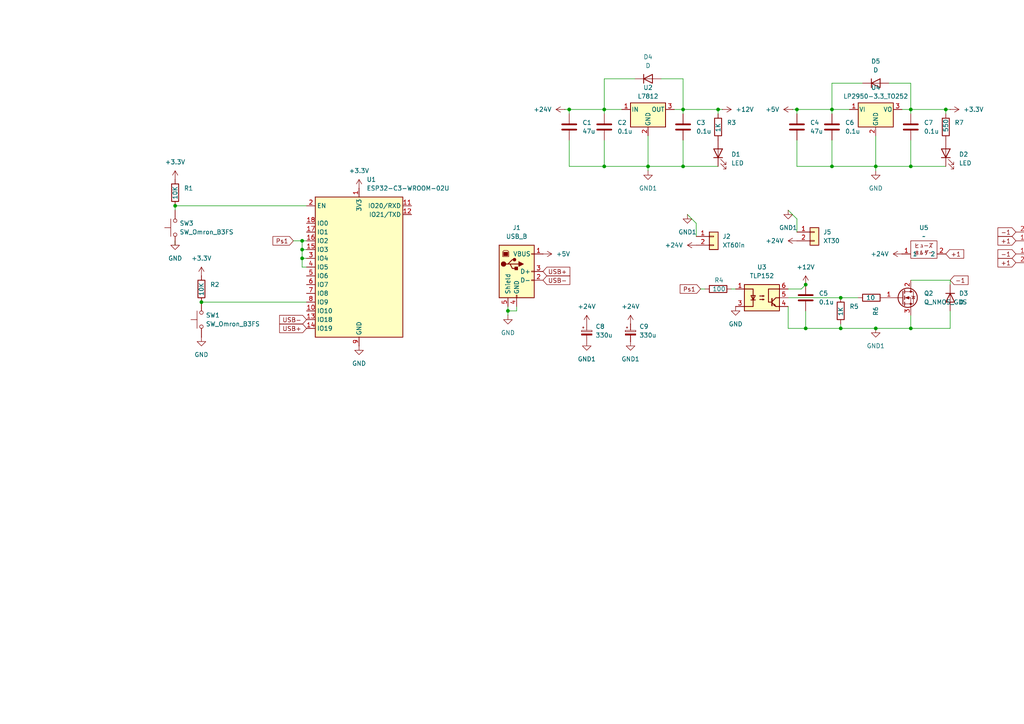
<source format=kicad_sch>
(kicad_sch
	(version 20231120)
	(generator "eeschema")
	(generator_version "8.0")
	(uuid "73175f14-7a2d-4eef-9ebf-b853b5639313")
	(paper "A4")
	(lib_symbols
		(symbol "Connector:USB_B"
			(pin_names
				(offset 1.016)
			)
			(exclude_from_sim no)
			(in_bom yes)
			(on_board yes)
			(property "Reference" "J"
				(at -5.08 11.43 0)
				(effects
					(font
						(size 1.27 1.27)
					)
					(justify left)
				)
			)
			(property "Value" "USB_B"
				(at -5.08 8.89 0)
				(effects
					(font
						(size 1.27 1.27)
					)
					(justify left)
				)
			)
			(property "Footprint" ""
				(at 3.81 -1.27 0)
				(effects
					(font
						(size 1.27 1.27)
					)
					(hide yes)
				)
			)
			(property "Datasheet" "~"
				(at 3.81 -1.27 0)
				(effects
					(font
						(size 1.27 1.27)
					)
					(hide yes)
				)
			)
			(property "Description" "USB Type B connector"
				(at 0 0 0)
				(effects
					(font
						(size 1.27 1.27)
					)
					(hide yes)
				)
			)
			(property "ki_keywords" "connector USB"
				(at 0 0 0)
				(effects
					(font
						(size 1.27 1.27)
					)
					(hide yes)
				)
			)
			(property "ki_fp_filters" "USB*"
				(at 0 0 0)
				(effects
					(font
						(size 1.27 1.27)
					)
					(hide yes)
				)
			)
			(symbol "USB_B_0_1"
				(rectangle
					(start -5.08 -7.62)
					(end 5.08 7.62)
					(stroke
						(width 0.254)
						(type default)
					)
					(fill
						(type background)
					)
				)
				(circle
					(center -3.81 2.159)
					(radius 0.635)
					(stroke
						(width 0.254)
						(type default)
					)
					(fill
						(type outline)
					)
				)
				(rectangle
					(start -3.81 5.588)
					(end -2.54 4.572)
					(stroke
						(width 0)
						(type default)
					)
					(fill
						(type outline)
					)
				)
				(circle
					(center -0.635 3.429)
					(radius 0.381)
					(stroke
						(width 0.254)
						(type default)
					)
					(fill
						(type outline)
					)
				)
				(rectangle
					(start -0.127 -7.62)
					(end 0.127 -6.858)
					(stroke
						(width 0)
						(type default)
					)
					(fill
						(type none)
					)
				)
				(polyline
					(pts
						(xy -1.905 2.159) (xy 0.635 2.159)
					)
					(stroke
						(width 0.254)
						(type default)
					)
					(fill
						(type none)
					)
				)
				(polyline
					(pts
						(xy -3.175 2.159) (xy -2.54 2.159) (xy -1.27 3.429) (xy -0.635 3.429)
					)
					(stroke
						(width 0.254)
						(type default)
					)
					(fill
						(type none)
					)
				)
				(polyline
					(pts
						(xy -2.54 2.159) (xy -1.905 2.159) (xy -1.27 0.889) (xy 0 0.889)
					)
					(stroke
						(width 0.254)
						(type default)
					)
					(fill
						(type none)
					)
				)
				(polyline
					(pts
						(xy 0.635 2.794) (xy 0.635 1.524) (xy 1.905 2.159) (xy 0.635 2.794)
					)
					(stroke
						(width 0.254)
						(type default)
					)
					(fill
						(type outline)
					)
				)
				(polyline
					(pts
						(xy -4.064 4.318) (xy -2.286 4.318) (xy -2.286 5.715) (xy -2.667 6.096) (xy -3.683 6.096) (xy -4.064 5.715)
						(xy -4.064 4.318)
					)
					(stroke
						(width 0)
						(type default)
					)
					(fill
						(type none)
					)
				)
				(rectangle
					(start 0.254 1.27)
					(end -0.508 0.508)
					(stroke
						(width 0.254)
						(type default)
					)
					(fill
						(type outline)
					)
				)
				(rectangle
					(start 5.08 -2.667)
					(end 4.318 -2.413)
					(stroke
						(width 0)
						(type default)
					)
					(fill
						(type none)
					)
				)
				(rectangle
					(start 5.08 -0.127)
					(end 4.318 0.127)
					(stroke
						(width 0)
						(type default)
					)
					(fill
						(type none)
					)
				)
				(rectangle
					(start 5.08 4.953)
					(end 4.318 5.207)
					(stroke
						(width 0)
						(type default)
					)
					(fill
						(type none)
					)
				)
			)
			(symbol "USB_B_1_1"
				(pin power_out line
					(at 7.62 5.08 180)
					(length 2.54)
					(name "VBUS"
						(effects
							(font
								(size 1.27 1.27)
							)
						)
					)
					(number "1"
						(effects
							(font
								(size 1.27 1.27)
							)
						)
					)
				)
				(pin bidirectional line
					(at 7.62 -2.54 180)
					(length 2.54)
					(name "D-"
						(effects
							(font
								(size 1.27 1.27)
							)
						)
					)
					(number "2"
						(effects
							(font
								(size 1.27 1.27)
							)
						)
					)
				)
				(pin bidirectional line
					(at 7.62 0 180)
					(length 2.54)
					(name "D+"
						(effects
							(font
								(size 1.27 1.27)
							)
						)
					)
					(number "3"
						(effects
							(font
								(size 1.27 1.27)
							)
						)
					)
				)
				(pin power_out line
					(at 0 -10.16 90)
					(length 2.54)
					(name "GND"
						(effects
							(font
								(size 1.27 1.27)
							)
						)
					)
					(number "4"
						(effects
							(font
								(size 1.27 1.27)
							)
						)
					)
				)
				(pin passive line
					(at -2.54 -10.16 90)
					(length 2.54)
					(name "Shield"
						(effects
							(font
								(size 1.27 1.27)
							)
						)
					)
					(number "5"
						(effects
							(font
								(size 1.27 1.27)
							)
						)
					)
				)
			)
		)
		(symbol "Connector_Generic:Conn_01x02"
			(pin_names
				(offset 1.016) hide)
			(exclude_from_sim no)
			(in_bom yes)
			(on_board yes)
			(property "Reference" "J"
				(at 0 2.54 0)
				(effects
					(font
						(size 1.27 1.27)
					)
				)
			)
			(property "Value" "Conn_01x02"
				(at 0 -5.08 0)
				(effects
					(font
						(size 1.27 1.27)
					)
				)
			)
			(property "Footprint" ""
				(at 0 0 0)
				(effects
					(font
						(size 1.27 1.27)
					)
					(hide yes)
				)
			)
			(property "Datasheet" "~"
				(at 0 0 0)
				(effects
					(font
						(size 1.27 1.27)
					)
					(hide yes)
				)
			)
			(property "Description" "Generic connector, single row, 01x02, script generated (kicad-library-utils/schlib/autogen/connector/)"
				(at 0 0 0)
				(effects
					(font
						(size 1.27 1.27)
					)
					(hide yes)
				)
			)
			(property "ki_keywords" "connector"
				(at 0 0 0)
				(effects
					(font
						(size 1.27 1.27)
					)
					(hide yes)
				)
			)
			(property "ki_fp_filters" "Connector*:*_1x??_*"
				(at 0 0 0)
				(effects
					(font
						(size 1.27 1.27)
					)
					(hide yes)
				)
			)
			(symbol "Conn_01x02_1_1"
				(rectangle
					(start -1.27 -2.413)
					(end 0 -2.667)
					(stroke
						(width 0.1524)
						(type default)
					)
					(fill
						(type none)
					)
				)
				(rectangle
					(start -1.27 0.127)
					(end 0 -0.127)
					(stroke
						(width 0.1524)
						(type default)
					)
					(fill
						(type none)
					)
				)
				(rectangle
					(start -1.27 1.27)
					(end 1.27 -3.81)
					(stroke
						(width 0.254)
						(type default)
					)
					(fill
						(type background)
					)
				)
				(pin passive line
					(at -5.08 0 0)
					(length 3.81)
					(name "Pin_1"
						(effects
							(font
								(size 1.27 1.27)
							)
						)
					)
					(number "1"
						(effects
							(font
								(size 1.27 1.27)
							)
						)
					)
				)
				(pin passive line
					(at -5.08 -2.54 0)
					(length 3.81)
					(name "Pin_2"
						(effects
							(font
								(size 1.27 1.27)
							)
						)
					)
					(number "2"
						(effects
							(font
								(size 1.27 1.27)
							)
						)
					)
				)
			)
		)
		(symbol "Device:C"
			(pin_numbers hide)
			(pin_names
				(offset 0.254)
			)
			(exclude_from_sim no)
			(in_bom yes)
			(on_board yes)
			(property "Reference" "C"
				(at 0.635 2.54 0)
				(effects
					(font
						(size 1.27 1.27)
					)
					(justify left)
				)
			)
			(property "Value" "C"
				(at 0.635 -2.54 0)
				(effects
					(font
						(size 1.27 1.27)
					)
					(justify left)
				)
			)
			(property "Footprint" ""
				(at 0.9652 -3.81 0)
				(effects
					(font
						(size 1.27 1.27)
					)
					(hide yes)
				)
			)
			(property "Datasheet" "~"
				(at 0 0 0)
				(effects
					(font
						(size 1.27 1.27)
					)
					(hide yes)
				)
			)
			(property "Description" "Unpolarized capacitor"
				(at 0 0 0)
				(effects
					(font
						(size 1.27 1.27)
					)
					(hide yes)
				)
			)
			(property "ki_keywords" "cap capacitor"
				(at 0 0 0)
				(effects
					(font
						(size 1.27 1.27)
					)
					(hide yes)
				)
			)
			(property "ki_fp_filters" "C_*"
				(at 0 0 0)
				(effects
					(font
						(size 1.27 1.27)
					)
					(hide yes)
				)
			)
			(symbol "C_0_1"
				(polyline
					(pts
						(xy -2.032 -0.762) (xy 2.032 -0.762)
					)
					(stroke
						(width 0.508)
						(type default)
					)
					(fill
						(type none)
					)
				)
				(polyline
					(pts
						(xy -2.032 0.762) (xy 2.032 0.762)
					)
					(stroke
						(width 0.508)
						(type default)
					)
					(fill
						(type none)
					)
				)
			)
			(symbol "C_1_1"
				(pin passive line
					(at 0 3.81 270)
					(length 2.794)
					(name "~"
						(effects
							(font
								(size 1.27 1.27)
							)
						)
					)
					(number "1"
						(effects
							(font
								(size 1.27 1.27)
							)
						)
					)
				)
				(pin passive line
					(at 0 -3.81 90)
					(length 2.794)
					(name "~"
						(effects
							(font
								(size 1.27 1.27)
							)
						)
					)
					(number "2"
						(effects
							(font
								(size 1.27 1.27)
							)
						)
					)
				)
			)
		)
		(symbol "Device:C_Polarized_Small"
			(pin_numbers hide)
			(pin_names
				(offset 0.254) hide)
			(exclude_from_sim no)
			(in_bom yes)
			(on_board yes)
			(property "Reference" "C"
				(at 0.254 1.778 0)
				(effects
					(font
						(size 1.27 1.27)
					)
					(justify left)
				)
			)
			(property "Value" "C_Polarized_Small"
				(at 0.254 -2.032 0)
				(effects
					(font
						(size 1.27 1.27)
					)
					(justify left)
				)
			)
			(property "Footprint" ""
				(at 0 0 0)
				(effects
					(font
						(size 1.27 1.27)
					)
					(hide yes)
				)
			)
			(property "Datasheet" "~"
				(at 0 0 0)
				(effects
					(font
						(size 1.27 1.27)
					)
					(hide yes)
				)
			)
			(property "Description" "Polarized capacitor, small symbol"
				(at 0 0 0)
				(effects
					(font
						(size 1.27 1.27)
					)
					(hide yes)
				)
			)
			(property "ki_keywords" "cap capacitor"
				(at 0 0 0)
				(effects
					(font
						(size 1.27 1.27)
					)
					(hide yes)
				)
			)
			(property "ki_fp_filters" "CP_*"
				(at 0 0 0)
				(effects
					(font
						(size 1.27 1.27)
					)
					(hide yes)
				)
			)
			(symbol "C_Polarized_Small_0_1"
				(rectangle
					(start -1.524 -0.3048)
					(end 1.524 -0.6858)
					(stroke
						(width 0)
						(type default)
					)
					(fill
						(type outline)
					)
				)
				(rectangle
					(start -1.524 0.6858)
					(end 1.524 0.3048)
					(stroke
						(width 0)
						(type default)
					)
					(fill
						(type none)
					)
				)
				(polyline
					(pts
						(xy -1.27 1.524) (xy -0.762 1.524)
					)
					(stroke
						(width 0)
						(type default)
					)
					(fill
						(type none)
					)
				)
				(polyline
					(pts
						(xy -1.016 1.27) (xy -1.016 1.778)
					)
					(stroke
						(width 0)
						(type default)
					)
					(fill
						(type none)
					)
				)
			)
			(symbol "C_Polarized_Small_1_1"
				(pin passive line
					(at 0 2.54 270)
					(length 1.8542)
					(name "~"
						(effects
							(font
								(size 1.27 1.27)
							)
						)
					)
					(number "1"
						(effects
							(font
								(size 1.27 1.27)
							)
						)
					)
				)
				(pin passive line
					(at 0 -2.54 90)
					(length 1.8542)
					(name "~"
						(effects
							(font
								(size 1.27 1.27)
							)
						)
					)
					(number "2"
						(effects
							(font
								(size 1.27 1.27)
							)
						)
					)
				)
			)
		)
		(symbol "Device:D"
			(pin_numbers hide)
			(pin_names
				(offset 1.016) hide)
			(exclude_from_sim no)
			(in_bom yes)
			(on_board yes)
			(property "Reference" "D"
				(at 0 2.54 0)
				(effects
					(font
						(size 1.27 1.27)
					)
				)
			)
			(property "Value" "D"
				(at 0 -2.54 0)
				(effects
					(font
						(size 1.27 1.27)
					)
				)
			)
			(property "Footprint" ""
				(at 0 0 0)
				(effects
					(font
						(size 1.27 1.27)
					)
					(hide yes)
				)
			)
			(property "Datasheet" "~"
				(at 0 0 0)
				(effects
					(font
						(size 1.27 1.27)
					)
					(hide yes)
				)
			)
			(property "Description" "Diode"
				(at 0 0 0)
				(effects
					(font
						(size 1.27 1.27)
					)
					(hide yes)
				)
			)
			(property "Sim.Device" "D"
				(at 0 0 0)
				(effects
					(font
						(size 1.27 1.27)
					)
					(hide yes)
				)
			)
			(property "Sim.Pins" "1=K 2=A"
				(at 0 0 0)
				(effects
					(font
						(size 1.27 1.27)
					)
					(hide yes)
				)
			)
			(property "ki_keywords" "diode"
				(at 0 0 0)
				(effects
					(font
						(size 1.27 1.27)
					)
					(hide yes)
				)
			)
			(property "ki_fp_filters" "TO-???* *_Diode_* *SingleDiode* D_*"
				(at 0 0 0)
				(effects
					(font
						(size 1.27 1.27)
					)
					(hide yes)
				)
			)
			(symbol "D_0_1"
				(polyline
					(pts
						(xy -1.27 1.27) (xy -1.27 -1.27)
					)
					(stroke
						(width 0.254)
						(type default)
					)
					(fill
						(type none)
					)
				)
				(polyline
					(pts
						(xy 1.27 0) (xy -1.27 0)
					)
					(stroke
						(width 0)
						(type default)
					)
					(fill
						(type none)
					)
				)
				(polyline
					(pts
						(xy 1.27 1.27) (xy 1.27 -1.27) (xy -1.27 0) (xy 1.27 1.27)
					)
					(stroke
						(width 0.254)
						(type default)
					)
					(fill
						(type none)
					)
				)
			)
			(symbol "D_1_1"
				(pin passive line
					(at -3.81 0 0)
					(length 2.54)
					(name "K"
						(effects
							(font
								(size 1.27 1.27)
							)
						)
					)
					(number "1"
						(effects
							(font
								(size 1.27 1.27)
							)
						)
					)
				)
				(pin passive line
					(at 3.81 0 180)
					(length 2.54)
					(name "A"
						(effects
							(font
								(size 1.27 1.27)
							)
						)
					)
					(number "2"
						(effects
							(font
								(size 1.27 1.27)
							)
						)
					)
				)
			)
		)
		(symbol "Device:LED"
			(pin_numbers hide)
			(pin_names
				(offset 1.016) hide)
			(exclude_from_sim no)
			(in_bom yes)
			(on_board yes)
			(property "Reference" "D"
				(at 0 2.54 0)
				(effects
					(font
						(size 1.27 1.27)
					)
				)
			)
			(property "Value" "LED"
				(at 0 -2.54 0)
				(effects
					(font
						(size 1.27 1.27)
					)
				)
			)
			(property "Footprint" ""
				(at 0 0 0)
				(effects
					(font
						(size 1.27 1.27)
					)
					(hide yes)
				)
			)
			(property "Datasheet" "~"
				(at 0 0 0)
				(effects
					(font
						(size 1.27 1.27)
					)
					(hide yes)
				)
			)
			(property "Description" "Light emitting diode"
				(at 0 0 0)
				(effects
					(font
						(size 1.27 1.27)
					)
					(hide yes)
				)
			)
			(property "ki_keywords" "LED diode"
				(at 0 0 0)
				(effects
					(font
						(size 1.27 1.27)
					)
					(hide yes)
				)
			)
			(property "ki_fp_filters" "LED* LED_SMD:* LED_THT:*"
				(at 0 0 0)
				(effects
					(font
						(size 1.27 1.27)
					)
					(hide yes)
				)
			)
			(symbol "LED_0_1"
				(polyline
					(pts
						(xy -1.27 -1.27) (xy -1.27 1.27)
					)
					(stroke
						(width 0.254)
						(type default)
					)
					(fill
						(type none)
					)
				)
				(polyline
					(pts
						(xy -1.27 0) (xy 1.27 0)
					)
					(stroke
						(width 0)
						(type default)
					)
					(fill
						(type none)
					)
				)
				(polyline
					(pts
						(xy 1.27 -1.27) (xy 1.27 1.27) (xy -1.27 0) (xy 1.27 -1.27)
					)
					(stroke
						(width 0.254)
						(type default)
					)
					(fill
						(type none)
					)
				)
				(polyline
					(pts
						(xy -3.048 -0.762) (xy -4.572 -2.286) (xy -3.81 -2.286) (xy -4.572 -2.286) (xy -4.572 -1.524)
					)
					(stroke
						(width 0)
						(type default)
					)
					(fill
						(type none)
					)
				)
				(polyline
					(pts
						(xy -1.778 -0.762) (xy -3.302 -2.286) (xy -2.54 -2.286) (xy -3.302 -2.286) (xy -3.302 -1.524)
					)
					(stroke
						(width 0)
						(type default)
					)
					(fill
						(type none)
					)
				)
			)
			(symbol "LED_1_1"
				(pin passive line
					(at -3.81 0 0)
					(length 2.54)
					(name "K"
						(effects
							(font
								(size 1.27 1.27)
							)
						)
					)
					(number "1"
						(effects
							(font
								(size 1.27 1.27)
							)
						)
					)
				)
				(pin passive line
					(at 3.81 0 180)
					(length 2.54)
					(name "A"
						(effects
							(font
								(size 1.27 1.27)
							)
						)
					)
					(number "2"
						(effects
							(font
								(size 1.27 1.27)
							)
						)
					)
				)
			)
		)
		(symbol "Device:Q_NMOS_GDS"
			(pin_names
				(offset 0) hide)
			(exclude_from_sim no)
			(in_bom yes)
			(on_board yes)
			(property "Reference" "Q"
				(at 5.08 1.27 0)
				(effects
					(font
						(size 1.27 1.27)
					)
					(justify left)
				)
			)
			(property "Value" "Q_NMOS_GDS"
				(at 5.08 -1.27 0)
				(effects
					(font
						(size 1.27 1.27)
					)
					(justify left)
				)
			)
			(property "Footprint" ""
				(at 5.08 2.54 0)
				(effects
					(font
						(size 1.27 1.27)
					)
					(hide yes)
				)
			)
			(property "Datasheet" "~"
				(at 0 0 0)
				(effects
					(font
						(size 1.27 1.27)
					)
					(hide yes)
				)
			)
			(property "Description" "N-MOSFET transistor, gate/drain/source"
				(at 0 0 0)
				(effects
					(font
						(size 1.27 1.27)
					)
					(hide yes)
				)
			)
			(property "ki_keywords" "transistor NMOS N-MOS N-MOSFET"
				(at 0 0 0)
				(effects
					(font
						(size 1.27 1.27)
					)
					(hide yes)
				)
			)
			(symbol "Q_NMOS_GDS_0_1"
				(polyline
					(pts
						(xy 0.254 0) (xy -2.54 0)
					)
					(stroke
						(width 0)
						(type default)
					)
					(fill
						(type none)
					)
				)
				(polyline
					(pts
						(xy 0.254 1.905) (xy 0.254 -1.905)
					)
					(stroke
						(width 0.254)
						(type default)
					)
					(fill
						(type none)
					)
				)
				(polyline
					(pts
						(xy 0.762 -1.27) (xy 0.762 -2.286)
					)
					(stroke
						(width 0.254)
						(type default)
					)
					(fill
						(type none)
					)
				)
				(polyline
					(pts
						(xy 0.762 0.508) (xy 0.762 -0.508)
					)
					(stroke
						(width 0.254)
						(type default)
					)
					(fill
						(type none)
					)
				)
				(polyline
					(pts
						(xy 0.762 2.286) (xy 0.762 1.27)
					)
					(stroke
						(width 0.254)
						(type default)
					)
					(fill
						(type none)
					)
				)
				(polyline
					(pts
						(xy 2.54 2.54) (xy 2.54 1.778)
					)
					(stroke
						(width 0)
						(type default)
					)
					(fill
						(type none)
					)
				)
				(polyline
					(pts
						(xy 2.54 -2.54) (xy 2.54 0) (xy 0.762 0)
					)
					(stroke
						(width 0)
						(type default)
					)
					(fill
						(type none)
					)
				)
				(polyline
					(pts
						(xy 0.762 -1.778) (xy 3.302 -1.778) (xy 3.302 1.778) (xy 0.762 1.778)
					)
					(stroke
						(width 0)
						(type default)
					)
					(fill
						(type none)
					)
				)
				(polyline
					(pts
						(xy 1.016 0) (xy 2.032 0.381) (xy 2.032 -0.381) (xy 1.016 0)
					)
					(stroke
						(width 0)
						(type default)
					)
					(fill
						(type outline)
					)
				)
				(polyline
					(pts
						(xy 2.794 0.508) (xy 2.921 0.381) (xy 3.683 0.381) (xy 3.81 0.254)
					)
					(stroke
						(width 0)
						(type default)
					)
					(fill
						(type none)
					)
				)
				(polyline
					(pts
						(xy 3.302 0.381) (xy 2.921 -0.254) (xy 3.683 -0.254) (xy 3.302 0.381)
					)
					(stroke
						(width 0)
						(type default)
					)
					(fill
						(type none)
					)
				)
				(circle
					(center 1.651 0)
					(radius 2.794)
					(stroke
						(width 0.254)
						(type default)
					)
					(fill
						(type none)
					)
				)
				(circle
					(center 2.54 -1.778)
					(radius 0.254)
					(stroke
						(width 0)
						(type default)
					)
					(fill
						(type outline)
					)
				)
				(circle
					(center 2.54 1.778)
					(radius 0.254)
					(stroke
						(width 0)
						(type default)
					)
					(fill
						(type outline)
					)
				)
			)
			(symbol "Q_NMOS_GDS_1_1"
				(pin input line
					(at -5.08 0 0)
					(length 2.54)
					(name "G"
						(effects
							(font
								(size 1.27 1.27)
							)
						)
					)
					(number "1"
						(effects
							(font
								(size 1.27 1.27)
							)
						)
					)
				)
				(pin passive line
					(at 2.54 5.08 270)
					(length 2.54)
					(name "D"
						(effects
							(font
								(size 1.27 1.27)
							)
						)
					)
					(number "2"
						(effects
							(font
								(size 1.27 1.27)
							)
						)
					)
				)
				(pin passive line
					(at 2.54 -5.08 90)
					(length 2.54)
					(name "S"
						(effects
							(font
								(size 1.27 1.27)
							)
						)
					)
					(number "3"
						(effects
							(font
								(size 1.27 1.27)
							)
						)
					)
				)
			)
		)
		(symbol "Device:R"
			(pin_numbers hide)
			(pin_names
				(offset 0)
			)
			(exclude_from_sim no)
			(in_bom yes)
			(on_board yes)
			(property "Reference" "R"
				(at 2.032 0 90)
				(effects
					(font
						(size 1.27 1.27)
					)
				)
			)
			(property "Value" "R"
				(at 0 0 90)
				(effects
					(font
						(size 1.27 1.27)
					)
				)
			)
			(property "Footprint" ""
				(at -1.778 0 90)
				(effects
					(font
						(size 1.27 1.27)
					)
					(hide yes)
				)
			)
			(property "Datasheet" "~"
				(at 0 0 0)
				(effects
					(font
						(size 1.27 1.27)
					)
					(hide yes)
				)
			)
			(property "Description" "Resistor"
				(at 0 0 0)
				(effects
					(font
						(size 1.27 1.27)
					)
					(hide yes)
				)
			)
			(property "ki_keywords" "R res resistor"
				(at 0 0 0)
				(effects
					(font
						(size 1.27 1.27)
					)
					(hide yes)
				)
			)
			(property "ki_fp_filters" "R_*"
				(at 0 0 0)
				(effects
					(font
						(size 1.27 1.27)
					)
					(hide yes)
				)
			)
			(symbol "R_0_1"
				(rectangle
					(start -1.016 -2.54)
					(end 1.016 2.54)
					(stroke
						(width 0.254)
						(type default)
					)
					(fill
						(type none)
					)
				)
			)
			(symbol "R_1_1"
				(pin passive line
					(at 0 3.81 270)
					(length 1.27)
					(name "~"
						(effects
							(font
								(size 1.27 1.27)
							)
						)
					)
					(number "1"
						(effects
							(font
								(size 1.27 1.27)
							)
						)
					)
				)
				(pin passive line
					(at 0 -3.81 90)
					(length 1.27)
					(name "~"
						(effects
							(font
								(size 1.27 1.27)
							)
						)
					)
					(number "2"
						(effects
							(font
								(size 1.27 1.27)
							)
						)
					)
				)
			)
		)
		(symbol "Isolator:TLP131"
			(pin_names
				(offset 1.016)
			)
			(exclude_from_sim no)
			(in_bom yes)
			(on_board yes)
			(property "Reference" "U"
				(at -5.207 4.826 0)
				(effects
					(font
						(size 1.27 1.27)
					)
					(justify left)
				)
			)
			(property "Value" "TLP131"
				(at -5.08 -5.08 0)
				(effects
					(font
						(size 1.27 1.27)
					)
					(justify left)
				)
			)
			(property "Footprint" "Package_SO:MFSOP6-5_4.4x3.6mm_P1.27mm"
				(at 0 -7.62 0)
				(effects
					(font
						(size 1.27 1.27)
						(italic yes)
					)
					(hide yes)
				)
			)
			(property "Datasheet" "https://toshiba.semicon-storage.com/info/docget.jsp?did=16742&prodName=TLP131"
				(at 0 0 0)
				(effects
					(font
						(size 1.27 1.27)
					)
					(justify left)
					(hide yes)
				)
			)
			(property "Description" "DC Optocoupler Base Connected, Vce 80V, CTR 50-200%, MFSOP6"
				(at 0 0 0)
				(effects
					(font
						(size 1.27 1.27)
					)
					(hide yes)
				)
			)
			(property "ki_keywords" "NPN DC Optocoupler Base Connected"
				(at 0 0 0)
				(effects
					(font
						(size 1.27 1.27)
					)
					(hide yes)
				)
			)
			(property "ki_fp_filters" "MFSOP6*4.4x3.6mm*P1.27mm*"
				(at 0 0 0)
				(effects
					(font
						(size 1.27 1.27)
					)
					(hide yes)
				)
			)
			(symbol "TLP131_0_1"
				(rectangle
					(start -5.08 3.81)
					(end 5.08 -3.81)
					(stroke
						(width 0.254)
						(type default)
					)
					(fill
						(type background)
					)
				)
				(polyline
					(pts
						(xy -3.175 -0.635) (xy -1.905 -0.635)
					)
					(stroke
						(width 0.254)
						(type default)
					)
					(fill
						(type none)
					)
				)
				(polyline
					(pts
						(xy 2.921 -1.397) (xy 4.064 -2.54)
					)
					(stroke
						(width 0.254)
						(type default)
					)
					(fill
						(type none)
					)
				)
				(polyline
					(pts
						(xy 2.921 -1.143) (xy 4.064 0)
					)
					(stroke
						(width 0.254)
						(type default)
					)
					(fill
						(type none)
					)
				)
				(polyline
					(pts
						(xy 4.064 -2.54) (xy 5.08 -2.54)
					)
					(stroke
						(width 0.254)
						(type default)
					)
					(fill
						(type none)
					)
				)
				(polyline
					(pts
						(xy 5.08 0) (xy 4.064 0)
					)
					(stroke
						(width 0.254)
						(type default)
					)
					(fill
						(type none)
					)
				)
				(polyline
					(pts
						(xy 2.921 -0.254) (xy 2.921 -2.286) (xy 2.921 -2.286)
					)
					(stroke
						(width 0.3556)
						(type default)
					)
					(fill
						(type none)
					)
				)
				(polyline
					(pts
						(xy -5.08 -2.54) (xy -2.54 -2.54) (xy -2.54 2.54) (xy -5.08 2.54)
					)
					(stroke
						(width 0.254)
						(type default)
					)
					(fill
						(type none)
					)
				)
				(polyline
					(pts
						(xy -2.54 -0.635) (xy -3.175 0.635) (xy -1.905 0.635) (xy -2.54 -0.635)
					)
					(stroke
						(width 0.254)
						(type default)
					)
					(fill
						(type none)
					)
				)
				(polyline
					(pts
						(xy 2.921 -1.27) (xy 1.905 -1.27) (xy 1.905 2.54) (xy 5.08 2.54)
					)
					(stroke
						(width 0.254)
						(type default)
					)
					(fill
						(type none)
					)
				)
				(polyline
					(pts
						(xy 3.937 -2.413) (xy 3.683 -1.905) (xy 3.429 -2.159) (xy 3.937 -2.413)
					)
					(stroke
						(width 0.254)
						(type default)
					)
					(fill
						(type none)
					)
				)
				(polyline
					(pts
						(xy -0.635 -0.508) (xy 0.635 -0.508) (xy 0.254 -0.635) (xy 0.254 -0.381) (xy 0.635 -0.508)
					)
					(stroke
						(width 0.254)
						(type default)
					)
					(fill
						(type none)
					)
				)
				(polyline
					(pts
						(xy -0.635 0.508) (xy 0.635 0.508) (xy 0.254 0.381) (xy 0.254 0.635) (xy 0.635 0.508)
					)
					(stroke
						(width 0.254)
						(type default)
					)
					(fill
						(type none)
					)
				)
			)
			(symbol "TLP131_1_1"
				(pin passive line
					(at -7.62 2.54 0)
					(length 2.54)
					(name "~"
						(effects
							(font
								(size 1.27 1.27)
							)
						)
					)
					(number "1"
						(effects
							(font
								(size 1.27 1.27)
							)
						)
					)
				)
				(pin passive line
					(at -7.62 -2.54 0)
					(length 2.54)
					(name "~"
						(effects
							(font
								(size 1.27 1.27)
							)
						)
					)
					(number "3"
						(effects
							(font
								(size 1.27 1.27)
							)
						)
					)
				)
				(pin passive line
					(at 7.62 -2.54 180)
					(length 2.54)
					(name "~"
						(effects
							(font
								(size 1.27 1.27)
							)
						)
					)
					(number "4"
						(effects
							(font
								(size 1.27 1.27)
							)
						)
					)
				)
				(pin open_collector line
					(at 7.62 0 180)
					(length 2.54)
					(name "~"
						(effects
							(font
								(size 1.27 1.27)
							)
						)
					)
					(number "5"
						(effects
							(font
								(size 1.27 1.27)
							)
						)
					)
				)
				(pin passive line
					(at 7.62 2.54 180)
					(length 2.54)
					(name "~"
						(effects
							(font
								(size 1.27 1.27)
							)
						)
					)
					(number "6"
						(effects
							(font
								(size 1.27 1.27)
							)
						)
					)
				)
			)
		)
		(symbol "RF_Module:ESP32-C3-WROOM-02U"
			(exclude_from_sim no)
			(in_bom yes)
			(on_board yes)
			(property "Reference" "U"
				(at -12.192 21.336 0)
				(effects
					(font
						(size 1.27 1.27)
					)
				)
			)
			(property "Value" "ESP32-C3-WROOM-02U"
				(at 12.7 21.336 0)
				(effects
					(font
						(size 1.27 1.27)
					)
				)
			)
			(property "Footprint" "RF_Module:ESP32-C3-WROOM-02U"
				(at 0 -0.635 0)
				(effects
					(font
						(size 1.27 1.27)
					)
					(hide yes)
				)
			)
			(property "Datasheet" "https://www.espressif.com/sites/default/files/documentation/esp32-c3-wroom-02_datasheet_en.pdf"
				(at 0 -0.635 0)
				(effects
					(font
						(size 1.27 1.27)
					)
					(hide yes)
				)
			)
			(property "Description" "802.11 b/g/n Wi­Fi and Bluetooth 5 module, ESP32­C3 SoC, RISC­V microprocessor, On-board antenna"
				(at 0 -0.635 0)
				(effects
					(font
						(size 1.27 1.27)
					)
					(hide yes)
				)
			)
			(property "ki_keywords" "esp32 espressif WiFi Bluetooth LE"
				(at 0 0 0)
				(effects
					(font
						(size 1.27 1.27)
					)
					(hide yes)
				)
			)
			(property "ki_fp_filters" "ESP32?C3*WROOM?02U*"
				(at 0 0 0)
				(effects
					(font
						(size 1.27 1.27)
					)
					(hide yes)
				)
			)
			(symbol "ESP32-C3-WROOM-02U_1_1"
				(rectangle
					(start -12.7 20.32)
					(end 12.7 -20.32)
					(stroke
						(width 0.254)
						(type default)
					)
					(fill
						(type background)
					)
				)
				(pin power_in line
					(at 0 22.86 270)
					(length 2.54)
					(name "3V3"
						(effects
							(font
								(size 1.27 1.27)
							)
						)
					)
					(number "1"
						(effects
							(font
								(size 1.27 1.27)
							)
						)
					)
				)
				(pin bidirectional line
					(at -15.24 -12.7 0)
					(length 2.54)
					(name "IO10"
						(effects
							(font
								(size 1.27 1.27)
							)
						)
					)
					(number "10"
						(effects
							(font
								(size 1.27 1.27)
							)
						)
					)
				)
				(pin bidirectional line
					(at 15.24 17.78 180)
					(length 2.54)
					(name "IO20/RXD"
						(effects
							(font
								(size 1.27 1.27)
							)
						)
					)
					(number "11"
						(effects
							(font
								(size 1.27 1.27)
							)
						)
					)
				)
				(pin bidirectional line
					(at 15.24 15.24 180)
					(length 2.54)
					(name "IO21/TXD"
						(effects
							(font
								(size 1.27 1.27)
							)
						)
					)
					(number "12"
						(effects
							(font
								(size 1.27 1.27)
							)
						)
					)
				)
				(pin bidirectional line
					(at -15.24 -15.24 0)
					(length 2.54)
					(name "IO18"
						(effects
							(font
								(size 1.27 1.27)
							)
						)
					)
					(number "13"
						(effects
							(font
								(size 1.27 1.27)
							)
						)
					)
				)
				(pin bidirectional line
					(at -15.24 -17.78 0)
					(length 2.54)
					(name "IO19"
						(effects
							(font
								(size 1.27 1.27)
							)
						)
					)
					(number "14"
						(effects
							(font
								(size 1.27 1.27)
							)
						)
					)
				)
				(pin bidirectional line
					(at -15.24 5.08 0)
					(length 2.54)
					(name "IO3"
						(effects
							(font
								(size 1.27 1.27)
							)
						)
					)
					(number "15"
						(effects
							(font
								(size 1.27 1.27)
							)
						)
					)
				)
				(pin bidirectional line
					(at -15.24 7.62 0)
					(length 2.54)
					(name "IO2"
						(effects
							(font
								(size 1.27 1.27)
							)
						)
					)
					(number "16"
						(effects
							(font
								(size 1.27 1.27)
							)
						)
					)
				)
				(pin bidirectional line
					(at -15.24 10.16 0)
					(length 2.54)
					(name "IO1"
						(effects
							(font
								(size 1.27 1.27)
							)
						)
					)
					(number "17"
						(effects
							(font
								(size 1.27 1.27)
							)
						)
					)
				)
				(pin bidirectional line
					(at -15.24 12.7 0)
					(length 2.54)
					(name "IO0"
						(effects
							(font
								(size 1.27 1.27)
							)
						)
					)
					(number "18"
						(effects
							(font
								(size 1.27 1.27)
							)
						)
					)
				)
				(pin passive line
					(at 0 -22.86 90)
					(length 2.54) hide
					(name "GND"
						(effects
							(font
								(size 1.27 1.27)
							)
						)
					)
					(number "19"
						(effects
							(font
								(size 1.27 1.27)
							)
						)
					)
				)
				(pin input line
					(at -15.24 17.78 0)
					(length 2.54)
					(name "EN"
						(effects
							(font
								(size 1.27 1.27)
							)
						)
					)
					(number "2"
						(effects
							(font
								(size 1.27 1.27)
							)
						)
					)
				)
				(pin bidirectional line
					(at -15.24 2.54 0)
					(length 2.54)
					(name "IO4"
						(effects
							(font
								(size 1.27 1.27)
							)
						)
					)
					(number "3"
						(effects
							(font
								(size 1.27 1.27)
							)
						)
					)
				)
				(pin bidirectional line
					(at -15.24 0 0)
					(length 2.54)
					(name "IO5"
						(effects
							(font
								(size 1.27 1.27)
							)
						)
					)
					(number "4"
						(effects
							(font
								(size 1.27 1.27)
							)
						)
					)
				)
				(pin bidirectional line
					(at -15.24 -2.54 0)
					(length 2.54)
					(name "IO6"
						(effects
							(font
								(size 1.27 1.27)
							)
						)
					)
					(number "5"
						(effects
							(font
								(size 1.27 1.27)
							)
						)
					)
				)
				(pin bidirectional line
					(at -15.24 -5.08 0)
					(length 2.54)
					(name "IO7"
						(effects
							(font
								(size 1.27 1.27)
							)
						)
					)
					(number "6"
						(effects
							(font
								(size 1.27 1.27)
							)
						)
					)
				)
				(pin bidirectional line
					(at -15.24 -7.62 0)
					(length 2.54)
					(name "IO8"
						(effects
							(font
								(size 1.27 1.27)
							)
						)
					)
					(number "7"
						(effects
							(font
								(size 1.27 1.27)
							)
						)
					)
				)
				(pin bidirectional line
					(at -15.24 -10.16 0)
					(length 2.54)
					(name "IO9"
						(effects
							(font
								(size 1.27 1.27)
							)
						)
					)
					(number "8"
						(effects
							(font
								(size 1.27 1.27)
							)
						)
					)
				)
				(pin power_in line
					(at 0 -22.86 90)
					(length 2.54)
					(name "GND"
						(effects
							(font
								(size 1.27 1.27)
							)
						)
					)
					(number "9"
						(effects
							(font
								(size 1.27 1.27)
							)
						)
					)
				)
			)
		)
		(symbol "Regulator_Linear:L7812"
			(pin_names
				(offset 0.254)
			)
			(exclude_from_sim no)
			(in_bom yes)
			(on_board yes)
			(property "Reference" "U"
				(at -3.81 3.175 0)
				(effects
					(font
						(size 1.27 1.27)
					)
				)
			)
			(property "Value" "L7812"
				(at 0 3.175 0)
				(effects
					(font
						(size 1.27 1.27)
					)
					(justify left)
				)
			)
			(property "Footprint" ""
				(at 0.635 -3.81 0)
				(effects
					(font
						(size 1.27 1.27)
						(italic yes)
					)
					(justify left)
					(hide yes)
				)
			)
			(property "Datasheet" "http://www.st.com/content/ccc/resource/technical/document/datasheet/41/4f/b3/b0/12/d4/47/88/CD00000444.pdf/files/CD00000444.pdf/jcr:content/translations/en.CD00000444.pdf"
				(at 0 -1.27 0)
				(effects
					(font
						(size 1.27 1.27)
					)
					(hide yes)
				)
			)
			(property "Description" "Positive 1.5A 35V Linear Regulator, Fixed Output 12V, TO-220/TO-263/TO-252"
				(at 0 0 0)
				(effects
					(font
						(size 1.27 1.27)
					)
					(hide yes)
				)
			)
			(property "ki_keywords" "Voltage Regulator 1.5A Positive"
				(at 0 0 0)
				(effects
					(font
						(size 1.27 1.27)
					)
					(hide yes)
				)
			)
			(property "ki_fp_filters" "TO?252* TO?263* TO?220*"
				(at 0 0 0)
				(effects
					(font
						(size 1.27 1.27)
					)
					(hide yes)
				)
			)
			(symbol "L7812_0_1"
				(rectangle
					(start -5.08 1.905)
					(end 5.08 -5.08)
					(stroke
						(width 0.254)
						(type default)
					)
					(fill
						(type background)
					)
				)
			)
			(symbol "L7812_1_1"
				(pin power_in line
					(at -7.62 0 0)
					(length 2.54)
					(name "IN"
						(effects
							(font
								(size 1.27 1.27)
							)
						)
					)
					(number "1"
						(effects
							(font
								(size 1.27 1.27)
							)
						)
					)
				)
				(pin power_in line
					(at 0 -7.62 90)
					(length 2.54)
					(name "GND"
						(effects
							(font
								(size 1.27 1.27)
							)
						)
					)
					(number "2"
						(effects
							(font
								(size 1.27 1.27)
							)
						)
					)
				)
				(pin power_out line
					(at 7.62 0 180)
					(length 2.54)
					(name "OUT"
						(effects
							(font
								(size 1.27 1.27)
							)
						)
					)
					(number "3"
						(effects
							(font
								(size 1.27 1.27)
							)
						)
					)
				)
			)
		)
		(symbol "Regulator_Linear:LP2950-3.3_TO252"
			(pin_names
				(offset 0.254)
			)
			(exclude_from_sim no)
			(in_bom yes)
			(on_board yes)
			(property "Reference" "U"
				(at -3.81 3.175 0)
				(effects
					(font
						(size 1.27 1.27)
					)
				)
			)
			(property "Value" "LP2950-3.3_TO252"
				(at 0 3.175 0)
				(effects
					(font
						(size 1.27 1.27)
					)
					(justify left)
				)
			)
			(property "Footprint" "Package_TO_SOT_SMD:TO-252-2"
				(at 0 5.715 0)
				(effects
					(font
						(size 1.27 1.27)
						(italic yes)
					)
					(hide yes)
				)
			)
			(property "Datasheet" "http://www.ti.com/lit/ds/symlink/lp2950.pdf"
				(at 0 -1.27 0)
				(effects
					(font
						(size 1.27 1.27)
					)
					(hide yes)
				)
			)
			(property "Description" "Positive 100mA 30V Linear Micropower Voltage Regulator, Fixed Output 3.3V, TO-252"
				(at 0 0 0)
				(effects
					(font
						(size 1.27 1.27)
					)
					(hide yes)
				)
			)
			(property "ki_keywords" "Micropower Voltage Regulator 100mA Positive"
				(at 0 0 0)
				(effects
					(font
						(size 1.27 1.27)
					)
					(hide yes)
				)
			)
			(property "ki_fp_filters" "TO?252*"
				(at 0 0 0)
				(effects
					(font
						(size 1.27 1.27)
					)
					(hide yes)
				)
			)
			(symbol "LP2950-3.3_TO252_0_1"
				(rectangle
					(start -5.08 1.905)
					(end 5.08 -5.08)
					(stroke
						(width 0.254)
						(type default)
					)
					(fill
						(type background)
					)
				)
			)
			(symbol "LP2950-3.3_TO252_1_1"
				(pin power_in line
					(at -7.62 0 0)
					(length 2.54)
					(name "VI"
						(effects
							(font
								(size 1.27 1.27)
							)
						)
					)
					(number "1"
						(effects
							(font
								(size 1.27 1.27)
							)
						)
					)
				)
				(pin power_in line
					(at 0 -7.62 90)
					(length 2.54)
					(name "GND"
						(effects
							(font
								(size 1.27 1.27)
							)
						)
					)
					(number "2"
						(effects
							(font
								(size 1.27 1.27)
							)
						)
					)
				)
				(pin power_out line
					(at 7.62 0 180)
					(length 2.54)
					(name "VO"
						(effects
							(font
								(size 1.27 1.27)
							)
						)
					)
					(number "3"
						(effects
							(font
								(size 1.27 1.27)
							)
						)
					)
				)
			)
		)
		(symbol "Switch:SW_Omron_B3FS"
			(pin_numbers hide)
			(pin_names
				(offset 1.016) hide)
			(exclude_from_sim no)
			(in_bom yes)
			(on_board yes)
			(property "Reference" "SW"
				(at 1.27 2.54 0)
				(effects
					(font
						(size 1.27 1.27)
					)
					(justify left)
				)
			)
			(property "Value" "SW_Omron_B3FS"
				(at 0 -1.524 0)
				(effects
					(font
						(size 1.27 1.27)
					)
				)
			)
			(property "Footprint" ""
				(at 0 5.08 0)
				(effects
					(font
						(size 1.27 1.27)
					)
					(hide yes)
				)
			)
			(property "Datasheet" "https://omronfs.omron.com/en_US/ecb/products/pdf/en-b3fs.pdf"
				(at 0 5.08 0)
				(effects
					(font
						(size 1.27 1.27)
					)
					(hide yes)
				)
			)
			(property "Description" "Omron B3FS 6x6mm single pole normally-open tactile switch"
				(at 0 0 0)
				(effects
					(font
						(size 1.27 1.27)
					)
					(hide yes)
				)
			)
			(property "ki_keywords" "switch normally-open pushbutton push-button"
				(at 0 0 0)
				(effects
					(font
						(size 1.27 1.27)
					)
					(hide yes)
				)
			)
			(property "ki_fp_filters" "SW*Omron*B3FS*"
				(at 0 0 0)
				(effects
					(font
						(size 1.27 1.27)
					)
					(hide yes)
				)
			)
			(symbol "SW_Omron_B3FS_0_1"
				(circle
					(center -2.032 0)
					(radius 0.508)
					(stroke
						(width 0)
						(type default)
					)
					(fill
						(type none)
					)
				)
				(polyline
					(pts
						(xy 0 1.27) (xy 0 3.048)
					)
					(stroke
						(width 0)
						(type default)
					)
					(fill
						(type none)
					)
				)
				(polyline
					(pts
						(xy 2.54 1.27) (xy -2.54 1.27)
					)
					(stroke
						(width 0)
						(type default)
					)
					(fill
						(type none)
					)
				)
				(circle
					(center 2.032 0)
					(radius 0.508)
					(stroke
						(width 0)
						(type default)
					)
					(fill
						(type none)
					)
				)
				(pin passive line
					(at -5.08 0 0)
					(length 2.54)
					(name "1"
						(effects
							(font
								(size 1.27 1.27)
							)
						)
					)
					(number "1"
						(effects
							(font
								(size 1.27 1.27)
							)
						)
					)
				)
				(pin passive line
					(at 5.08 0 180)
					(length 2.54)
					(name "2"
						(effects
							(font
								(size 1.27 1.27)
							)
						)
					)
					(number "2"
						(effects
							(font
								(size 1.27 1.27)
							)
						)
					)
				)
			)
		)
		(symbol "power:+12V"
			(power)
			(pin_numbers hide)
			(pin_names
				(offset 0) hide)
			(exclude_from_sim no)
			(in_bom yes)
			(on_board yes)
			(property "Reference" "#PWR"
				(at 0 -3.81 0)
				(effects
					(font
						(size 1.27 1.27)
					)
					(hide yes)
				)
			)
			(property "Value" "+12V"
				(at 0 3.556 0)
				(effects
					(font
						(size 1.27 1.27)
					)
				)
			)
			(property "Footprint" ""
				(at 0 0 0)
				(effects
					(font
						(size 1.27 1.27)
					)
					(hide yes)
				)
			)
			(property "Datasheet" ""
				(at 0 0 0)
				(effects
					(font
						(size 1.27 1.27)
					)
					(hide yes)
				)
			)
			(property "Description" "Power symbol creates a global label with name \"+12V\""
				(at 0 0 0)
				(effects
					(font
						(size 1.27 1.27)
					)
					(hide yes)
				)
			)
			(property "ki_keywords" "global power"
				(at 0 0 0)
				(effects
					(font
						(size 1.27 1.27)
					)
					(hide yes)
				)
			)
			(symbol "+12V_0_1"
				(polyline
					(pts
						(xy -0.762 1.27) (xy 0 2.54)
					)
					(stroke
						(width 0)
						(type default)
					)
					(fill
						(type none)
					)
				)
				(polyline
					(pts
						(xy 0 0) (xy 0 2.54)
					)
					(stroke
						(width 0)
						(type default)
					)
					(fill
						(type none)
					)
				)
				(polyline
					(pts
						(xy 0 2.54) (xy 0.762 1.27)
					)
					(stroke
						(width 0)
						(type default)
					)
					(fill
						(type none)
					)
				)
			)
			(symbol "+12V_1_1"
				(pin power_in line
					(at 0 0 90)
					(length 0)
					(name "~"
						(effects
							(font
								(size 1.27 1.27)
							)
						)
					)
					(number "1"
						(effects
							(font
								(size 1.27 1.27)
							)
						)
					)
				)
			)
		)
		(symbol "power:+24V"
			(power)
			(pin_numbers hide)
			(pin_names
				(offset 0) hide)
			(exclude_from_sim no)
			(in_bom yes)
			(on_board yes)
			(property "Reference" "#PWR"
				(at 0 -3.81 0)
				(effects
					(font
						(size 1.27 1.27)
					)
					(hide yes)
				)
			)
			(property "Value" "+24V"
				(at 0 3.556 0)
				(effects
					(font
						(size 1.27 1.27)
					)
				)
			)
			(property "Footprint" ""
				(at 0 0 0)
				(effects
					(font
						(size 1.27 1.27)
					)
					(hide yes)
				)
			)
			(property "Datasheet" ""
				(at 0 0 0)
				(effects
					(font
						(size 1.27 1.27)
					)
					(hide yes)
				)
			)
			(property "Description" "Power symbol creates a global label with name \"+24V\""
				(at 0 0 0)
				(effects
					(font
						(size 1.27 1.27)
					)
					(hide yes)
				)
			)
			(property "ki_keywords" "global power"
				(at 0 0 0)
				(effects
					(font
						(size 1.27 1.27)
					)
					(hide yes)
				)
			)
			(symbol "+24V_0_1"
				(polyline
					(pts
						(xy -0.762 1.27) (xy 0 2.54)
					)
					(stroke
						(width 0)
						(type default)
					)
					(fill
						(type none)
					)
				)
				(polyline
					(pts
						(xy 0 0) (xy 0 2.54)
					)
					(stroke
						(width 0)
						(type default)
					)
					(fill
						(type none)
					)
				)
				(polyline
					(pts
						(xy 0 2.54) (xy 0.762 1.27)
					)
					(stroke
						(width 0)
						(type default)
					)
					(fill
						(type none)
					)
				)
			)
			(symbol "+24V_1_1"
				(pin power_in line
					(at 0 0 90)
					(length 0)
					(name "~"
						(effects
							(font
								(size 1.27 1.27)
							)
						)
					)
					(number "1"
						(effects
							(font
								(size 1.27 1.27)
							)
						)
					)
				)
			)
		)
		(symbol "power:+3.3V"
			(power)
			(pin_numbers hide)
			(pin_names
				(offset 0) hide)
			(exclude_from_sim no)
			(in_bom yes)
			(on_board yes)
			(property "Reference" "#PWR"
				(at 0 -3.81 0)
				(effects
					(font
						(size 1.27 1.27)
					)
					(hide yes)
				)
			)
			(property "Value" "+3.3V"
				(at 0 3.556 0)
				(effects
					(font
						(size 1.27 1.27)
					)
				)
			)
			(property "Footprint" ""
				(at 0 0 0)
				(effects
					(font
						(size 1.27 1.27)
					)
					(hide yes)
				)
			)
			(property "Datasheet" ""
				(at 0 0 0)
				(effects
					(font
						(size 1.27 1.27)
					)
					(hide yes)
				)
			)
			(property "Description" "Power symbol creates a global label with name \"+3.3V\""
				(at 0 0 0)
				(effects
					(font
						(size 1.27 1.27)
					)
					(hide yes)
				)
			)
			(property "ki_keywords" "global power"
				(at 0 0 0)
				(effects
					(font
						(size 1.27 1.27)
					)
					(hide yes)
				)
			)
			(symbol "+3.3V_0_1"
				(polyline
					(pts
						(xy -0.762 1.27) (xy 0 2.54)
					)
					(stroke
						(width 0)
						(type default)
					)
					(fill
						(type none)
					)
				)
				(polyline
					(pts
						(xy 0 0) (xy 0 2.54)
					)
					(stroke
						(width 0)
						(type default)
					)
					(fill
						(type none)
					)
				)
				(polyline
					(pts
						(xy 0 2.54) (xy 0.762 1.27)
					)
					(stroke
						(width 0)
						(type default)
					)
					(fill
						(type none)
					)
				)
			)
			(symbol "+3.3V_1_1"
				(pin power_in line
					(at 0 0 90)
					(length 0)
					(name "~"
						(effects
							(font
								(size 1.27 1.27)
							)
						)
					)
					(number "1"
						(effects
							(font
								(size 1.27 1.27)
							)
						)
					)
				)
			)
		)
		(symbol "power:+5V"
			(power)
			(pin_numbers hide)
			(pin_names
				(offset 0) hide)
			(exclude_from_sim no)
			(in_bom yes)
			(on_board yes)
			(property "Reference" "#PWR"
				(at 0 -3.81 0)
				(effects
					(font
						(size 1.27 1.27)
					)
					(hide yes)
				)
			)
			(property "Value" "+5V"
				(at 0 3.556 0)
				(effects
					(font
						(size 1.27 1.27)
					)
				)
			)
			(property "Footprint" ""
				(at 0 0 0)
				(effects
					(font
						(size 1.27 1.27)
					)
					(hide yes)
				)
			)
			(property "Datasheet" ""
				(at 0 0 0)
				(effects
					(font
						(size 1.27 1.27)
					)
					(hide yes)
				)
			)
			(property "Description" "Power symbol creates a global label with name \"+5V\""
				(at 0 0 0)
				(effects
					(font
						(size 1.27 1.27)
					)
					(hide yes)
				)
			)
			(property "ki_keywords" "global power"
				(at 0 0 0)
				(effects
					(font
						(size 1.27 1.27)
					)
					(hide yes)
				)
			)
			(symbol "+5V_0_1"
				(polyline
					(pts
						(xy -0.762 1.27) (xy 0 2.54)
					)
					(stroke
						(width 0)
						(type default)
					)
					(fill
						(type none)
					)
				)
				(polyline
					(pts
						(xy 0 0) (xy 0 2.54)
					)
					(stroke
						(width 0)
						(type default)
					)
					(fill
						(type none)
					)
				)
				(polyline
					(pts
						(xy 0 2.54) (xy 0.762 1.27)
					)
					(stroke
						(width 0)
						(type default)
					)
					(fill
						(type none)
					)
				)
			)
			(symbol "+5V_1_1"
				(pin power_in line
					(at 0 0 90)
					(length 0)
					(name "~"
						(effects
							(font
								(size 1.27 1.27)
							)
						)
					)
					(number "1"
						(effects
							(font
								(size 1.27 1.27)
							)
						)
					)
				)
			)
		)
		(symbol "power:GND"
			(power)
			(pin_numbers hide)
			(pin_names
				(offset 0) hide)
			(exclude_from_sim no)
			(in_bom yes)
			(on_board yes)
			(property "Reference" "#PWR"
				(at 0 -6.35 0)
				(effects
					(font
						(size 1.27 1.27)
					)
					(hide yes)
				)
			)
			(property "Value" "GND"
				(at 0 -3.81 0)
				(effects
					(font
						(size 1.27 1.27)
					)
				)
			)
			(property "Footprint" ""
				(at 0 0 0)
				(effects
					(font
						(size 1.27 1.27)
					)
					(hide yes)
				)
			)
			(property "Datasheet" ""
				(at 0 0 0)
				(effects
					(font
						(size 1.27 1.27)
					)
					(hide yes)
				)
			)
			(property "Description" "Power symbol creates a global label with name \"GND\" , ground"
				(at 0 0 0)
				(effects
					(font
						(size 1.27 1.27)
					)
					(hide yes)
				)
			)
			(property "ki_keywords" "global power"
				(at 0 0 0)
				(effects
					(font
						(size 1.27 1.27)
					)
					(hide yes)
				)
			)
			(symbol "GND_0_1"
				(polyline
					(pts
						(xy 0 0) (xy 0 -1.27) (xy 1.27 -1.27) (xy 0 -2.54) (xy -1.27 -1.27) (xy 0 -1.27)
					)
					(stroke
						(width 0)
						(type default)
					)
					(fill
						(type none)
					)
				)
			)
			(symbol "GND_1_1"
				(pin power_in line
					(at 0 0 270)
					(length 0)
					(name "~"
						(effects
							(font
								(size 1.27 1.27)
							)
						)
					)
					(number "1"
						(effects
							(font
								(size 1.27 1.27)
							)
						)
					)
				)
			)
		)
		(symbol "power:GND1"
			(power)
			(pin_numbers hide)
			(pin_names
				(offset 0) hide)
			(exclude_from_sim no)
			(in_bom yes)
			(on_board yes)
			(property "Reference" "#PWR"
				(at 0 -6.35 0)
				(effects
					(font
						(size 1.27 1.27)
					)
					(hide yes)
				)
			)
			(property "Value" "GND1"
				(at 0 -3.81 0)
				(effects
					(font
						(size 1.27 1.27)
					)
				)
			)
			(property "Footprint" ""
				(at 0 0 0)
				(effects
					(font
						(size 1.27 1.27)
					)
					(hide yes)
				)
			)
			(property "Datasheet" ""
				(at 0 0 0)
				(effects
					(font
						(size 1.27 1.27)
					)
					(hide yes)
				)
			)
			(property "Description" "Power symbol creates a global label with name \"GND1\" , ground"
				(at 0 0 0)
				(effects
					(font
						(size 1.27 1.27)
					)
					(hide yes)
				)
			)
			(property "ki_keywords" "global power"
				(at 0 0 0)
				(effects
					(font
						(size 1.27 1.27)
					)
					(hide yes)
				)
			)
			(symbol "GND1_0_1"
				(polyline
					(pts
						(xy 0 0) (xy 0 -1.27) (xy 1.27 -1.27) (xy 0 -2.54) (xy -1.27 -1.27) (xy 0 -1.27)
					)
					(stroke
						(width 0)
						(type default)
					)
					(fill
						(type none)
					)
				)
			)
			(symbol "GND1_1_1"
				(pin power_in line
					(at 0 0 270)
					(length 0)
					(name "~"
						(effects
							(font
								(size 1.27 1.27)
							)
						)
					)
					(number "1"
						(effects
							(font
								(size 1.27 1.27)
							)
						)
					)
				)
			)
		)
		(symbol "xs-506a:XS-506A"
			(exclude_from_sim no)
			(in_bom yes)
			(on_board yes)
			(property "Reference" "U"
				(at 0 0 0)
				(effects
					(font
						(size 1.27 1.27)
					)
				)
			)
			(property "Value" ""
				(at 0 0 0)
				(effects
					(font
						(size 1.27 1.27)
					)
				)
			)
			(property "Footprint" ""
				(at 0 0 0)
				(effects
					(font
						(size 1.27 1.27)
					)
					(hide yes)
				)
			)
			(property "Datasheet" ""
				(at 0 0 0)
				(effects
					(font
						(size 1.27 1.27)
					)
					(hide yes)
				)
			)
			(property "Description" ""
				(at 0 0 0)
				(effects
					(font
						(size 1.27 1.27)
					)
					(hide yes)
				)
			)
			(symbol "XS-506A_0_1"
				(rectangle
					(start -3.81 -1.27)
					(end 3.81 -6.35)
					(stroke
						(width 0)
						(type default)
					)
					(fill
						(type none)
					)
				)
			)
			(symbol "XS-506A_1_1"
				(text "ヒューズ\nホルダー\n"
					(at 0 -3.81 0)
					(effects
						(font
							(size 1.27 1.27)
						)
					)
				)
				(pin input line
					(at -6.35 -5.08 0)
					(length 2.54)
					(name "1"
						(effects
							(font
								(size 1.27 1.27)
							)
						)
					)
					(number "1"
						(effects
							(font
								(size 1.27 1.27)
							)
						)
					)
				)
				(pin input line
					(at 6.35 -5.08 180)
					(length 2.54)
					(name "2"
						(effects
							(font
								(size 1.27 1.27)
							)
						)
					)
					(number "2"
						(effects
							(font
								(size 1.27 1.27)
							)
						)
					)
				)
			)
		)
	)
	(junction
		(at 233.68 95.25)
		(diameter 0)
		(color 0 0 0 0)
		(uuid "08c33fc3-6085-4e72-bb01-6f9221aa5924")
	)
	(junction
		(at 198.12 48.26)
		(diameter 0)
		(color 0 0 0 0)
		(uuid "1278cae2-61fc-42be-ad29-a64949012e62")
	)
	(junction
		(at 87.63 74.93)
		(diameter 0)
		(color 0 0 0 0)
		(uuid "16e1394a-1842-4e66-8fe3-f2854bf1cf0c")
	)
	(junction
		(at 147.32 90.17)
		(diameter 0)
		(color 0 0 0 0)
		(uuid "33c89139-9097-4738-bfdb-ec46c1675a81")
	)
	(junction
		(at 254 95.25)
		(diameter 0)
		(color 0 0 0 0)
		(uuid "36b7576a-afcc-47ec-a017-cd0e2b09577c")
	)
	(junction
		(at 208.28 31.75)
		(diameter 0)
		(color 0 0 0 0)
		(uuid "3981cb56-077a-4cc5-9d7c-af8b0467741b")
	)
	(junction
		(at 264.16 95.25)
		(diameter 0)
		(color 0 0 0 0)
		(uuid "39f6aa53-474c-498b-9b89-8163c9ee7b1c")
	)
	(junction
		(at 241.3 31.75)
		(diameter 0)
		(color 0 0 0 0)
		(uuid "3b1206fc-ed4f-40cc-9b78-2d324ebfb74c")
	)
	(junction
		(at 254 48.26)
		(diameter 0)
		(color 0 0 0 0)
		(uuid "450dc650-0c47-42cd-9de2-8e2a4db48532")
	)
	(junction
		(at 231.14 31.75)
		(diameter 0)
		(color 0 0 0 0)
		(uuid "5ab178da-0a48-457e-bb1a-5dedd8d31367")
	)
	(junction
		(at 241.3 48.26)
		(diameter 0)
		(color 0 0 0 0)
		(uuid "5b64b7a0-4c4a-4e8a-ab9e-5e3366c365d9")
	)
	(junction
		(at 187.96 48.26)
		(diameter 0)
		(color 0 0 0 0)
		(uuid "669c3264-0280-40a9-8186-661d66af3d3e")
	)
	(junction
		(at 243.84 95.25)
		(diameter 0)
		(color 0 0 0 0)
		(uuid "70ad0d48-270c-4883-bf87-d1fd6cb337fd")
	)
	(junction
		(at 264.16 48.26)
		(diameter 0)
		(color 0 0 0 0)
		(uuid "96b57a47-e0d3-40fc-aa18-fc7f40cff0ac")
	)
	(junction
		(at 243.84 86.36)
		(diameter 0)
		(color 0 0 0 0)
		(uuid "a6c9b67b-e471-4a48-979b-ab43103c3d7c")
	)
	(junction
		(at 198.12 31.75)
		(diameter 0)
		(color 0 0 0 0)
		(uuid "a9aa5c49-c843-4886-9ebd-f3e25a07c651")
	)
	(junction
		(at 87.63 72.39)
		(diameter 0)
		(color 0 0 0 0)
		(uuid "ac05cb85-2aa6-4aef-b627-2f7560ec8268")
	)
	(junction
		(at 264.16 31.75)
		(diameter 0)
		(color 0 0 0 0)
		(uuid "ad8d15f4-fe08-41d7-8c91-c41f6777e3a8")
	)
	(junction
		(at 165.1 31.75)
		(diameter 0)
		(color 0 0 0 0)
		(uuid "b714ac26-92a3-40f9-a5ae-38e073c00126")
	)
	(junction
		(at 50.8 59.69)
		(diameter 0)
		(color 0 0 0 0)
		(uuid "bd5392e0-83ea-4473-bf42-15302c4e7b85")
	)
	(junction
		(at 87.63 69.85)
		(diameter 0)
		(color 0 0 0 0)
		(uuid "bf7c7301-5938-4dc5-b664-7a39258e5286")
	)
	(junction
		(at 175.26 48.26)
		(diameter 0)
		(color 0 0 0 0)
		(uuid "c7db287e-3811-47a8-9726-a621e2d26f8d")
	)
	(junction
		(at 274.32 31.75)
		(diameter 0)
		(color 0 0 0 0)
		(uuid "d56d410d-e221-40ec-8e60-b488af88fb0c")
	)
	(junction
		(at 233.68 82.55)
		(diameter 0)
		(color 0 0 0 0)
		(uuid "e5639ed5-8db1-4f0f-a63a-8e9248145839")
	)
	(junction
		(at 175.26 31.75)
		(diameter 0)
		(color 0 0 0 0)
		(uuid "e999cc5a-e27f-4d33-b497-7bc668fa68a2")
	)
	(junction
		(at 58.42 87.63)
		(diameter 0)
		(color 0 0 0 0)
		(uuid "f4c183e8-a59f-454a-9988-6dd8bfb3b7af")
	)
	(wire
		(pts
			(xy 187.96 48.26) (xy 187.96 49.53)
		)
		(stroke
			(width 0)
			(type default)
		)
		(uuid "026f4ed5-f42a-4b35-9dcd-4d37256f215d")
	)
	(wire
		(pts
			(xy 254 39.37) (xy 254 48.26)
		)
		(stroke
			(width 0)
			(type default)
		)
		(uuid "02ecab83-7777-42f0-bac3-e3b99f33d878")
	)
	(wire
		(pts
			(xy 254 95.25) (xy 264.16 95.25)
		)
		(stroke
			(width 0)
			(type default)
		)
		(uuid "08835065-ad4a-4971-864e-c6afb6591e27")
	)
	(wire
		(pts
			(xy 241.3 48.26) (xy 254 48.26)
		)
		(stroke
			(width 0)
			(type default)
		)
		(uuid "08e14872-0c66-44ba-98c2-891c0177cf83")
	)
	(wire
		(pts
			(xy 229.87 31.75) (xy 231.14 31.75)
		)
		(stroke
			(width 0)
			(type default)
		)
		(uuid "09da597c-70a1-4f0a-b837-9855c54479a3")
	)
	(wire
		(pts
			(xy 50.8 59.69) (xy 88.9 59.69)
		)
		(stroke
			(width 0)
			(type default)
		)
		(uuid "0a56371e-0c0c-4198-a0be-1c9dd3527cbc")
	)
	(wire
		(pts
			(xy 264.16 24.13) (xy 264.16 31.75)
		)
		(stroke
			(width 0)
			(type default)
		)
		(uuid "18c158e8-5908-4ef4-b704-1164e7e957a7")
	)
	(wire
		(pts
			(xy 231.14 67.31) (xy 231.14 63.5)
		)
		(stroke
			(width 0)
			(type default)
		)
		(uuid "18db4175-f037-46f6-8e9f-37edf55d4998")
	)
	(wire
		(pts
			(xy 147.32 90.17) (xy 149.86 90.17)
		)
		(stroke
			(width 0)
			(type default)
		)
		(uuid "220eaf47-108c-49ed-ba2b-b290b4046722")
	)
	(wire
		(pts
			(xy 87.63 69.85) (xy 88.9 69.85)
		)
		(stroke
			(width 0)
			(type default)
		)
		(uuid "228f4244-d909-4922-8e8e-9169c951ddff")
	)
	(wire
		(pts
			(xy 241.3 40.64) (xy 241.3 48.26)
		)
		(stroke
			(width 0)
			(type default)
		)
		(uuid "241fa35e-720f-4edb-9494-22e8e96137c7")
	)
	(wire
		(pts
			(xy 198.12 48.26) (xy 208.28 48.26)
		)
		(stroke
			(width 0)
			(type default)
		)
		(uuid "2676dda6-4a96-487e-b625-b68aefbea034")
	)
	(wire
		(pts
			(xy 175.26 22.86) (xy 175.26 31.75)
		)
		(stroke
			(width 0)
			(type default)
		)
		(uuid "2ac08158-d25b-4442-925e-72b59062f4db")
	)
	(wire
		(pts
			(xy 275.59 90.17) (xy 275.59 95.25)
		)
		(stroke
			(width 0)
			(type default)
		)
		(uuid "2bfbc559-d71b-4a77-89d9-c5af58b99fa0")
	)
	(wire
		(pts
			(xy 243.84 93.98) (xy 243.84 95.25)
		)
		(stroke
			(width 0)
			(type default)
		)
		(uuid "2f7177ac-ee8f-4b1d-b33c-5c1663ef2ffc")
	)
	(wire
		(pts
			(xy 254 48.26) (xy 264.16 48.26)
		)
		(stroke
			(width 0)
			(type default)
		)
		(uuid "40b9c34f-1cbf-4be4-b28e-4516ab994280")
	)
	(wire
		(pts
			(xy 50.8 71.12) (xy 50.8 69.85)
		)
		(stroke
			(width 0)
			(type default)
		)
		(uuid "4378683b-6271-4908-96fc-ec3a9ce52a0b")
	)
	(wire
		(pts
			(xy 165.1 31.75) (xy 165.1 33.02)
		)
		(stroke
			(width 0)
			(type default)
		)
		(uuid "43f7efca-c396-4624-a099-28d6b2521c7f")
	)
	(wire
		(pts
			(xy 264.16 31.75) (xy 264.16 33.02)
		)
		(stroke
			(width 0)
			(type default)
		)
		(uuid "4755185a-b52e-4348-a649-135e856c5eee")
	)
	(wire
		(pts
			(xy 264.16 31.75) (xy 274.32 31.75)
		)
		(stroke
			(width 0)
			(type default)
		)
		(uuid "47e61ee9-b03d-4418-84ce-fc1ac4cc201b")
	)
	(wire
		(pts
			(xy 198.12 31.75) (xy 208.28 31.75)
		)
		(stroke
			(width 0)
			(type default)
		)
		(uuid "4e31f7bd-3ced-4f1d-85cc-65f9b4d95136")
	)
	(wire
		(pts
			(xy 231.14 31.75) (xy 231.14 33.02)
		)
		(stroke
			(width 0)
			(type default)
		)
		(uuid "4e7a1bca-acb9-4429-8442-477255287da7")
	)
	(wire
		(pts
			(xy 264.16 48.26) (xy 274.32 48.26)
		)
		(stroke
			(width 0)
			(type default)
		)
		(uuid "5092a1bd-d219-41b3-8586-7f6f40bbc28e")
	)
	(wire
		(pts
			(xy 233.68 95.25) (xy 243.84 95.25)
		)
		(stroke
			(width 0)
			(type default)
		)
		(uuid "5418040a-f88f-43c7-876c-0fdfc2d86db4")
	)
	(wire
		(pts
			(xy 198.12 22.86) (xy 198.12 31.75)
		)
		(stroke
			(width 0)
			(type default)
		)
		(uuid "5b535d13-3dbe-4e69-b22e-92afdae05930")
	)
	(wire
		(pts
			(xy 203.2 83.82) (xy 204.47 83.82)
		)
		(stroke
			(width 0)
			(type default)
		)
		(uuid "5faaecfb-780e-41b6-8260-fb2445fe9829")
	)
	(wire
		(pts
			(xy 228.6 88.9) (xy 228.6 95.25)
		)
		(stroke
			(width 0)
			(type default)
		)
		(uuid "62d33deb-abf9-4b22-9f35-a954ff6d129d")
	)
	(wire
		(pts
			(xy 149.86 88.9) (xy 149.86 90.17)
		)
		(stroke
			(width 0)
			(type default)
		)
		(uuid "676edd9e-d769-437b-a4e5-e8de268d131b")
	)
	(wire
		(pts
			(xy 257.81 24.13) (xy 264.16 24.13)
		)
		(stroke
			(width 0)
			(type default)
		)
		(uuid "67d8ce43-40a3-4919-b56c-ce7047248477")
	)
	(wire
		(pts
			(xy 254 48.26) (xy 254 49.53)
		)
		(stroke
			(width 0)
			(type default)
		)
		(uuid "68f3ef21-9003-4bda-a359-36ff08bdc565")
	)
	(wire
		(pts
			(xy 231.14 31.75) (xy 241.3 31.75)
		)
		(stroke
			(width 0)
			(type default)
		)
		(uuid "6a188429-df2a-4542-9bc1-f3f7b035f477")
	)
	(wire
		(pts
			(xy 87.63 74.93) (xy 87.63 77.47)
		)
		(stroke
			(width 0)
			(type default)
		)
		(uuid "6a2cf4ad-eeab-4c67-a4a1-75d0879b42df")
	)
	(wire
		(pts
			(xy 175.26 31.75) (xy 180.34 31.75)
		)
		(stroke
			(width 0)
			(type default)
		)
		(uuid "6ae3f34c-2cb5-42c7-84f9-83224f8328f1")
	)
	(wire
		(pts
			(xy 228.6 86.36) (xy 243.84 86.36)
		)
		(stroke
			(width 0)
			(type default)
		)
		(uuid "6c1e2be4-56e2-4d87-ab56-19ccd949e45d")
	)
	(wire
		(pts
			(xy 198.12 31.75) (xy 198.12 33.02)
		)
		(stroke
			(width 0)
			(type default)
		)
		(uuid "6e4d282b-3982-4d09-8a09-9ea8c47e7e33")
	)
	(wire
		(pts
			(xy 243.84 95.25) (xy 254 95.25)
		)
		(stroke
			(width 0)
			(type default)
		)
		(uuid "6e911730-17f6-4bbf-bef1-4d2e53d94f02")
	)
	(wire
		(pts
			(xy 87.63 69.85) (xy 87.63 72.39)
		)
		(stroke
			(width 0)
			(type default)
		)
		(uuid "6f506b12-feb2-47f6-b60b-4e9255d96a6f")
	)
	(wire
		(pts
			(xy 208.28 31.75) (xy 209.55 31.75)
		)
		(stroke
			(width 0)
			(type default)
		)
		(uuid "7061eb9b-ef56-4e7c-bce9-d1b541c25920")
	)
	(wire
		(pts
			(xy 228.6 83.82) (xy 232.41 83.82)
		)
		(stroke
			(width 0)
			(type default)
		)
		(uuid "74ef6cff-ee08-4336-be9e-e8a52f6b9b9b")
	)
	(wire
		(pts
			(xy 175.26 22.86) (xy 184.15 22.86)
		)
		(stroke
			(width 0)
			(type default)
		)
		(uuid "750385f7-3224-43fd-a9ca-9ba226f8afd6")
	)
	(wire
		(pts
			(xy 274.32 31.75) (xy 275.59 31.75)
		)
		(stroke
			(width 0)
			(type default)
		)
		(uuid "770cacbd-2952-457f-b025-bec1366ee346")
	)
	(wire
		(pts
			(xy 187.96 48.26) (xy 198.12 48.26)
		)
		(stroke
			(width 0)
			(type default)
		)
		(uuid "7cbab391-46e5-48f9-ae82-1c7861a7c549")
	)
	(wire
		(pts
			(xy 241.3 31.75) (xy 241.3 33.02)
		)
		(stroke
			(width 0)
			(type default)
		)
		(uuid "7e9a1e8f-5e00-4c4d-a050-b7831cf89432")
	)
	(wire
		(pts
			(xy 212.09 83.82) (xy 213.36 83.82)
		)
		(stroke
			(width 0)
			(type default)
		)
		(uuid "8407a68d-b074-43e6-b205-55dbf51bf87f")
	)
	(wire
		(pts
			(xy 208.28 31.75) (xy 208.28 33.02)
		)
		(stroke
			(width 0)
			(type default)
		)
		(uuid "85864a68-9625-4ad3-a679-8fa64bbbe269")
	)
	(wire
		(pts
			(xy 275.59 81.28) (xy 275.59 82.55)
		)
		(stroke
			(width 0)
			(type default)
		)
		(uuid "86e282d4-52bc-4f41-9811-338084e2cb55")
	)
	(wire
		(pts
			(xy 87.63 72.39) (xy 87.63 74.93)
		)
		(stroke
			(width 0)
			(type default)
		)
		(uuid "8917f725-2164-480e-8e7b-3483012e4bbc")
	)
	(wire
		(pts
			(xy 243.84 86.36) (xy 248.92 86.36)
		)
		(stroke
			(width 0)
			(type default)
		)
		(uuid "94dcbaa4-52e8-4587-8b68-4e71c8bf37e7")
	)
	(wire
		(pts
			(xy 201.93 64.77) (xy 199.39 62.23)
		)
		(stroke
			(width 0)
			(type default)
		)
		(uuid "971a0394-652c-4d3e-be52-62b918aa68b5")
	)
	(wire
		(pts
			(xy 175.26 48.26) (xy 187.96 48.26)
		)
		(stroke
			(width 0)
			(type default)
		)
		(uuid "989a9527-9184-4ee0-8332-403b4ef6a7c3")
	)
	(wire
		(pts
			(xy 241.3 24.13) (xy 241.3 31.75)
		)
		(stroke
			(width 0)
			(type default)
		)
		(uuid "9911f232-632f-415b-9e5c-25a15d8d93ee")
	)
	(wire
		(pts
			(xy 165.1 48.26) (xy 175.26 48.26)
		)
		(stroke
			(width 0)
			(type default)
		)
		(uuid "9c156d69-1d83-4ab5-9f44-8847228c4dcb")
	)
	(wire
		(pts
			(xy 241.3 24.13) (xy 250.19 24.13)
		)
		(stroke
			(width 0)
			(type default)
		)
		(uuid "9c869863-d548-4461-b5b0-7bbbc418bf3c")
	)
	(wire
		(pts
			(xy 87.63 74.93) (xy 88.9 74.93)
		)
		(stroke
			(width 0)
			(type default)
		)
		(uuid "9c9d6c7a-0116-42e9-88a9-3fae622b0860")
	)
	(wire
		(pts
			(xy 147.32 88.9) (xy 147.32 90.17)
		)
		(stroke
			(width 0)
			(type default)
		)
		(uuid "9d30e739-ee23-4526-9419-36d25396593c")
	)
	(wire
		(pts
			(xy 201.93 68.58) (xy 201.93 64.77)
		)
		(stroke
			(width 0)
			(type default)
		)
		(uuid "aec621e5-946c-4422-aa40-328eb0baaf4a")
	)
	(wire
		(pts
			(xy 233.68 90.17) (xy 233.68 95.25)
		)
		(stroke
			(width 0)
			(type default)
		)
		(uuid "b08b7892-8bde-4ec0-adc4-cf3cb9cd7878")
	)
	(wire
		(pts
			(xy 231.14 48.26) (xy 241.3 48.26)
		)
		(stroke
			(width 0)
			(type default)
		)
		(uuid "b294820e-4683-452d-ae4f-239ca23c85bc")
	)
	(wire
		(pts
			(xy 85.09 69.85) (xy 87.63 69.85)
		)
		(stroke
			(width 0)
			(type default)
		)
		(uuid "b7be432c-6a6f-4646-a112-6876a967dbce")
	)
	(wire
		(pts
			(xy 191.77 22.86) (xy 198.12 22.86)
		)
		(stroke
			(width 0)
			(type default)
		)
		(uuid "bb62ab58-09d6-4b2f-b6e7-b4874ee2cc76")
	)
	(wire
		(pts
			(xy 175.26 31.75) (xy 175.26 33.02)
		)
		(stroke
			(width 0)
			(type default)
		)
		(uuid "bb65d4b2-e19f-4895-bf07-cad9e1ee9ac1")
	)
	(wire
		(pts
			(xy 264.16 95.25) (xy 275.59 95.25)
		)
		(stroke
			(width 0)
			(type default)
		)
		(uuid "bbd1d052-d77e-47ec-9ee1-944b547a28eb")
	)
	(wire
		(pts
			(xy 264.16 91.44) (xy 264.16 95.25)
		)
		(stroke
			(width 0)
			(type default)
		)
		(uuid "bbda991d-f11d-4a6d-9bb2-008915faa09a")
	)
	(wire
		(pts
			(xy 228.6 95.25) (xy 233.68 95.25)
		)
		(stroke
			(width 0)
			(type default)
		)
		(uuid "c757a7fe-3b2e-47dc-af21-3083ab9c09df")
	)
	(wire
		(pts
			(xy 187.96 39.37) (xy 187.96 48.26)
		)
		(stroke
			(width 0)
			(type default)
		)
		(uuid "c98b41b2-3765-43fb-869e-6485f0b09cfe")
	)
	(wire
		(pts
			(xy 264.16 81.28) (xy 275.59 81.28)
		)
		(stroke
			(width 0)
			(type default)
		)
		(uuid "cca38d77-3150-4c05-9ab1-11fcf16e6c0f")
	)
	(wire
		(pts
			(xy 195.58 31.75) (xy 198.12 31.75)
		)
		(stroke
			(width 0)
			(type default)
		)
		(uuid "d5aac085-719d-4891-ae5d-dbbe16808dc6")
	)
	(wire
		(pts
			(xy 87.63 77.47) (xy 88.9 77.47)
		)
		(stroke
			(width 0)
			(type default)
		)
		(uuid "d7fddbee-6d3e-4e6d-bf0b-b94550315724")
	)
	(wire
		(pts
			(xy 241.3 31.75) (xy 246.38 31.75)
		)
		(stroke
			(width 0)
			(type default)
		)
		(uuid "d82bdd43-4d25-4a08-b3a2-2c08c3f70095")
	)
	(wire
		(pts
			(xy 147.32 90.17) (xy 147.32 91.44)
		)
		(stroke
			(width 0)
			(type default)
		)
		(uuid "d86dde8a-c3cb-4550-9752-4a4af2cf7f3c")
	)
	(wire
		(pts
			(xy 175.26 40.64) (xy 175.26 48.26)
		)
		(stroke
			(width 0)
			(type default)
		)
		(uuid "e00b25c5-ee1c-4649-9edf-2f2a4bee8a3c")
	)
	(wire
		(pts
			(xy 264.16 40.64) (xy 264.16 48.26)
		)
		(stroke
			(width 0)
			(type default)
		)
		(uuid "e4094991-9110-4880-a40a-1b161c3d2a49")
	)
	(wire
		(pts
			(xy 50.8 60.96) (xy 50.8 59.69)
		)
		(stroke
			(width 0)
			(type default)
		)
		(uuid "e43e3bd5-0ae7-487b-84b4-ff7ef6b25dcd")
	)
	(wire
		(pts
			(xy 231.14 63.5) (xy 228.6 60.96)
		)
		(stroke
			(width 0)
			(type default)
		)
		(uuid "e6a33f2a-b571-4080-82fb-a223ab07e6e9")
	)
	(wire
		(pts
			(xy 87.63 72.39) (xy 88.9 72.39)
		)
		(stroke
			(width 0)
			(type default)
		)
		(uuid "e744515e-afbb-4295-8c88-64bada312a51")
	)
	(wire
		(pts
			(xy 165.1 40.64) (xy 165.1 48.26)
		)
		(stroke
			(width 0)
			(type default)
		)
		(uuid "e9d3324d-8013-49db-8c24-a9fe8cf775bd")
	)
	(wire
		(pts
			(xy 165.1 31.75) (xy 175.26 31.75)
		)
		(stroke
			(width 0)
			(type default)
		)
		(uuid "eaf6a009-9434-48ac-9680-ea57c20d4581")
	)
	(wire
		(pts
			(xy 274.32 31.75) (xy 274.32 33.02)
		)
		(stroke
			(width 0)
			(type default)
		)
		(uuid "ef648e6d-3156-4676-a648-91a3cbbefd1e")
	)
	(wire
		(pts
			(xy 163.83 31.75) (xy 165.1 31.75)
		)
		(stroke
			(width 0)
			(type default)
		)
		(uuid "ef7fc7f8-1664-4539-8778-542741673149")
	)
	(wire
		(pts
			(xy 232.41 83.82) (xy 233.68 82.55)
		)
		(stroke
			(width 0)
			(type default)
		)
		(uuid "f06cabbc-7bbf-4a5d-8b38-4823a819e4be")
	)
	(wire
		(pts
			(xy 231.14 40.64) (xy 231.14 48.26)
		)
		(stroke
			(width 0)
			(type default)
		)
		(uuid "f325f050-a2e5-43d8-83b4-44370544e905")
	)
	(wire
		(pts
			(xy 58.42 87.63) (xy 88.9 87.63)
		)
		(stroke
			(width 0)
			(type default)
		)
		(uuid "f648a7c7-32a5-47aa-89d0-53d490bb7677")
	)
	(wire
		(pts
			(xy 198.12 40.64) (xy 198.12 48.26)
		)
		(stroke
			(width 0)
			(type default)
		)
		(uuid "f853e552-3ac6-4562-926c-4ab492176bd6")
	)
	(wire
		(pts
			(xy 261.62 31.75) (xy 264.16 31.75)
		)
		(stroke
			(width 0)
			(type default)
		)
		(uuid "f91714e8-0cc9-4dc0-974f-fe89a42e0ce9")
	)
	(global_label "USB-"
		(shape input)
		(at 157.48 81.28 0)
		(fields_autoplaced yes)
		(effects
			(font
				(size 1.27 1.27)
			)
			(justify left)
		)
		(uuid "156686af-346a-4baa-a5a9-ce3e9201cbfe")
		(property "Intersheetrefs" "${INTERSHEET_REFS}"
			(at 165.8476 81.28 0)
			(effects
				(font
					(size 1.27 1.27)
				)
				(justify left)
				(hide yes)
			)
		)
	)
	(global_label "USB+"
		(shape input)
		(at 157.48 78.74 0)
		(fields_autoplaced yes)
		(effects
			(font
				(size 1.27 1.27)
			)
			(justify left)
		)
		(uuid "15976dce-89e0-429d-a678-c9570400c9f1")
		(property "Intersheetrefs" "${INTERSHEET_REFS}"
			(at 165.8476 78.74 0)
			(effects
				(font
					(size 1.27 1.27)
				)
				(justify left)
				(hide yes)
			)
		)
	)
	(global_label "-1"
		(shape input)
		(at 294.64 67.31 180)
		(fields_autoplaced yes)
		(effects
			(font
				(size 1.27 1.27)
			)
			(justify right)
		)
		(uuid "3efdbd99-50bf-4470-818d-5014b9581778")
		(property "Intersheetrefs" "${INTERSHEET_REFS}"
			(at 288.8729 67.31 0)
			(effects
				(font
					(size 1.27 1.27)
				)
				(justify right)
				(hide yes)
			)
		)
	)
	(global_label "+1"
		(shape input)
		(at 294.64 69.85 180)
		(fields_autoplaced yes)
		(effects
			(font
				(size 1.27 1.27)
			)
			(justify right)
		)
		(uuid "4dcc422d-c8e6-4637-a0de-116cb74ecf26")
		(property "Intersheetrefs" "${INTERSHEET_REFS}"
			(at 288.8729 69.85 0)
			(effects
				(font
					(size 1.27 1.27)
				)
				(justify right)
				(hide yes)
			)
		)
	)
	(global_label "+1"
		(shape input)
		(at 294.64 76.2 180)
		(fields_autoplaced yes)
		(effects
			(font
				(size 1.27 1.27)
			)
			(justify right)
		)
		(uuid "6d0ce46f-1441-4c0a-9238-685ccd83fe90")
		(property "Intersheetrefs" "${INTERSHEET_REFS}"
			(at 288.8729 76.2 0)
			(effects
				(font
					(size 1.27 1.27)
				)
				(justify right)
				(hide yes)
			)
		)
	)
	(global_label "+1"
		(shape input)
		(at 274.32 73.66 0)
		(fields_autoplaced yes)
		(effects
			(font
				(size 1.27 1.27)
			)
			(justify left)
		)
		(uuid "868360a8-b2e6-4155-bed1-19f790836abe")
		(property "Intersheetrefs" "${INTERSHEET_REFS}"
			(at 280.0871 73.66 0)
			(effects
				(font
					(size 1.27 1.27)
				)
				(justify left)
				(hide yes)
			)
		)
	)
	(global_label "Ps1"
		(shape input)
		(at 85.09 69.85 180)
		(fields_autoplaced yes)
		(effects
			(font
				(size 1.27 1.27)
			)
			(justify right)
		)
		(uuid "89ec7b95-a0a0-4b9e-9faa-c3a3b4b4e7e9")
		(property "Intersheetrefs" "${INTERSHEET_REFS}"
			(at 78.5972 69.85 0)
			(effects
				(font
					(size 1.27 1.27)
				)
				(justify right)
				(hide yes)
			)
		)
	)
	(global_label "USB+"
		(shape input)
		(at 88.9 95.25 180)
		(fields_autoplaced yes)
		(effects
			(font
				(size 1.27 1.27)
			)
			(justify right)
		)
		(uuid "9dfe01d0-ec05-445a-b144-15a67db2aa8b")
		(property "Intersheetrefs" "${INTERSHEET_REFS}"
			(at 80.5324 95.25 0)
			(effects
				(font
					(size 1.27 1.27)
				)
				(justify right)
				(hide yes)
			)
		)
	)
	(global_label "Ps1"
		(shape input)
		(at 203.2 83.82 180)
		(fields_autoplaced yes)
		(effects
			(font
				(size 1.27 1.27)
			)
			(justify right)
		)
		(uuid "b83102c3-848b-4224-a6d7-5cdddeb4f27b")
		(property "Intersheetrefs" "${INTERSHEET_REFS}"
			(at 196.7072 83.82 0)
			(effects
				(font
					(size 1.27 1.27)
				)
				(justify right)
				(hide yes)
			)
		)
	)
	(global_label "-1"
		(shape input)
		(at 294.64 73.66 180)
		(fields_autoplaced yes)
		(effects
			(font
				(size 1.27 1.27)
			)
			(justify right)
		)
		(uuid "bc1f3eef-323f-4a12-add0-6f5da348aecc")
		(property "Intersheetrefs" "${INTERSHEET_REFS}"
			(at 288.8729 73.66 0)
			(effects
				(font
					(size 1.27 1.27)
				)
				(justify right)
				(hide yes)
			)
		)
	)
	(global_label "USB-"
		(shape input)
		(at 88.9 92.71 180)
		(fields_autoplaced yes)
		(effects
			(font
				(size 1.27 1.27)
			)
			(justify right)
		)
		(uuid "da1669d9-bc5a-4f0b-a4f0-a888182f15e1")
		(property "Intersheetrefs" "${INTERSHEET_REFS}"
			(at 80.5324 92.71 0)
			(effects
				(font
					(size 1.27 1.27)
				)
				(justify right)
				(hide yes)
			)
		)
	)
	(global_label "-1"
		(shape input)
		(at 275.59 81.28 0)
		(fields_autoplaced yes)
		(effects
			(font
				(size 1.27 1.27)
			)
			(justify left)
		)
		(uuid "f8c20592-4a4b-4661-9917-b9ae51fba99b")
		(property "Intersheetrefs" "${INTERSHEET_REFS}"
			(at 281.3571 81.28 0)
			(effects
				(font
					(size 1.27 1.27)
				)
				(justify left)
				(hide yes)
			)
		)
	)
	(symbol
		(lib_id "Device:C_Polarized_Small")
		(at 170.18 96.52 0)
		(unit 1)
		(exclude_from_sim no)
		(in_bom yes)
		(on_board yes)
		(dnp no)
		(fields_autoplaced yes)
		(uuid "018a74f7-48bd-4cf1-aba5-3e07b3ed501f")
		(property "Reference" "C8"
			(at 172.72 94.7038 0)
			(effects
				(font
					(size 1.27 1.27)
				)
				(justify left)
			)
		)
		(property "Value" "330u"
			(at 172.72 97.2438 0)
			(effects
				(font
					(size 1.27 1.27)
				)
				(justify left)
			)
		)
		(property "Footprint" "Capacitor_SMD:CP_Elec_10x10"
			(at 170.18 96.52 0)
			(effects
				(font
					(size 1.27 1.27)
				)
				(hide yes)
			)
		)
		(property "Datasheet" "~"
			(at 170.18 96.52 0)
			(effects
				(font
					(size 1.27 1.27)
				)
				(hide yes)
			)
		)
		(property "Description" "Polarized capacitor, small symbol"
			(at 170.18 96.52 0)
			(effects
				(font
					(size 1.27 1.27)
				)
				(hide yes)
			)
		)
		(pin "2"
			(uuid "1aa3dbab-db70-445e-8e04-8e1d4d4f8e24")
		)
		(pin "1"
			(uuid "1ef6ee94-443d-4e20-ad49-c16a6b03b784")
		)
		(instances
			(project ""
				(path "/73175f14-7a2d-4eef-9ebf-b853b5639313"
					(reference "C8")
					(unit 1)
				)
			)
		)
	)
	(symbol
		(lib_id "power:+24V")
		(at 201.93 71.12 90)
		(unit 1)
		(exclude_from_sim no)
		(in_bom yes)
		(on_board yes)
		(dnp no)
		(fields_autoplaced yes)
		(uuid "01f0df73-7f30-4040-ad49-baaf1599f06c")
		(property "Reference" "#PWR011"
			(at 205.74 71.12 0)
			(effects
				(font
					(size 1.27 1.27)
				)
				(hide yes)
			)
		)
		(property "Value" "+24V"
			(at 198.12 71.1199 90)
			(effects
				(font
					(size 1.27 1.27)
				)
				(justify left)
			)
		)
		(property "Footprint" ""
			(at 201.93 71.12 0)
			(effects
				(font
					(size 1.27 1.27)
				)
				(hide yes)
			)
		)
		(property "Datasheet" ""
			(at 201.93 71.12 0)
			(effects
				(font
					(size 1.27 1.27)
				)
				(hide yes)
			)
		)
		(property "Description" "Power symbol creates a global label with name \"+24V\""
			(at 201.93 71.12 0)
			(effects
				(font
					(size 1.27 1.27)
				)
				(hide yes)
			)
		)
		(pin "1"
			(uuid "9a2c6be8-7716-49e7-ad43-56f92e77362f")
		)
		(instances
			(project ""
				(path "/73175f14-7a2d-4eef-9ebf-b853b5639313"
					(reference "#PWR011")
					(unit 1)
				)
			)
		)
	)
	(symbol
		(lib_id "Device:C")
		(at 241.3 36.83 0)
		(unit 1)
		(exclude_from_sim no)
		(in_bom yes)
		(on_board yes)
		(dnp no)
		(fields_autoplaced yes)
		(uuid "0865feb4-36c8-4eb9-9db6-d731fcf434f9")
		(property "Reference" "C6"
			(at 245.11 35.5599 0)
			(effects
				(font
					(size 1.27 1.27)
				)
				(justify left)
			)
		)
		(property "Value" "0.1u"
			(at 245.11 38.0999 0)
			(effects
				(font
					(size 1.27 1.27)
				)
				(justify left)
			)
		)
		(property "Footprint" "Capacitor_SMD:C_0603_1608Metric"
			(at 242.2652 40.64 0)
			(effects
				(font
					(size 1.27 1.27)
				)
				(hide yes)
			)
		)
		(property "Datasheet" "~"
			(at 241.3 36.83 0)
			(effects
				(font
					(size 1.27 1.27)
				)
				(hide yes)
			)
		)
		(property "Description" "Unpolarized capacitor"
			(at 241.3 36.83 0)
			(effects
				(font
					(size 1.27 1.27)
				)
				(hide yes)
			)
		)
		(pin "2"
			(uuid "409751ca-e627-486b-aadf-e47d4563a93e")
		)
		(pin "1"
			(uuid "1a5af8f3-5de3-4e5b-b10a-b0a613fe9d6e")
		)
		(instances
			(project "ENKAKU"
				(path "/73175f14-7a2d-4eef-9ebf-b853b5639313"
					(reference "C6")
					(unit 1)
				)
			)
		)
	)
	(symbol
		(lib_id "power:+24V")
		(at 231.14 69.85 90)
		(unit 1)
		(exclude_from_sim no)
		(in_bom yes)
		(on_board yes)
		(dnp no)
		(fields_autoplaced yes)
		(uuid "143dbe53-13eb-4321-bb97-892b99aa2906")
		(property "Reference" "#PWR025"
			(at 234.95 69.85 0)
			(effects
				(font
					(size 1.27 1.27)
				)
				(hide yes)
			)
		)
		(property "Value" "+24V"
			(at 227.33 69.8499 90)
			(effects
				(font
					(size 1.27 1.27)
				)
				(justify left)
			)
		)
		(property "Footprint" ""
			(at 231.14 69.85 0)
			(effects
				(font
					(size 1.27 1.27)
				)
				(hide yes)
			)
		)
		(property "Datasheet" ""
			(at 231.14 69.85 0)
			(effects
				(font
					(size 1.27 1.27)
				)
				(hide yes)
			)
		)
		(property "Description" "Power symbol creates a global label with name \"+24V\""
			(at 231.14 69.85 0)
			(effects
				(font
					(size 1.27 1.27)
				)
				(hide yes)
			)
		)
		(pin "1"
			(uuid "9dd1f6e3-c7a4-4e16-a375-d39b7ab4df14")
		)
		(instances
			(project "ENKAKU"
				(path "/73175f14-7a2d-4eef-9ebf-b853b5639313"
					(reference "#PWR025")
					(unit 1)
				)
			)
		)
	)
	(symbol
		(lib_id "Device:R")
		(at 58.42 83.82 0)
		(unit 1)
		(exclude_from_sim no)
		(in_bom yes)
		(on_board yes)
		(dnp no)
		(uuid "1a6f5f92-fbf3-4de0-9b17-0f50f2dab578")
		(property "Reference" "R2"
			(at 60.96 82.5499 0)
			(effects
				(font
					(size 1.27 1.27)
				)
				(justify left)
			)
		)
		(property "Value" "10K"
			(at 58.42 85.852 90)
			(effects
				(font
					(size 1.27 1.27)
				)
				(justify left)
			)
		)
		(property "Footprint" "Resistor_SMD:R_0603_1608Metric"
			(at 56.642 83.82 90)
			(effects
				(font
					(size 1.27 1.27)
				)
				(hide yes)
			)
		)
		(property "Datasheet" "~"
			(at 58.42 83.82 0)
			(effects
				(font
					(size 1.27 1.27)
				)
				(hide yes)
			)
		)
		(property "Description" "Resistor"
			(at 58.42 83.82 0)
			(effects
				(font
					(size 1.27 1.27)
				)
				(hide yes)
			)
		)
		(pin "2"
			(uuid "0cb6d814-c42c-48b6-98c4-f6311e67a706")
		)
		(pin "1"
			(uuid "35bc6d0b-1600-4f96-81c0-5eccc412d283")
		)
		(instances
			(project "ENKAKU"
				(path "/73175f14-7a2d-4eef-9ebf-b853b5639313"
					(reference "R2")
					(unit 1)
				)
			)
		)
	)
	(symbol
		(lib_id "power:+24V")
		(at 163.83 31.75 90)
		(unit 1)
		(exclude_from_sim no)
		(in_bom yes)
		(on_board yes)
		(dnp no)
		(fields_autoplaced yes)
		(uuid "1a93dc73-654b-4e8f-9bdb-77b73d06e8d2")
		(property "Reference" "#PWR09"
			(at 167.64 31.75 0)
			(effects
				(font
					(size 1.27 1.27)
				)
				(hide yes)
			)
		)
		(property "Value" "+24V"
			(at 160.02 31.7499 90)
			(effects
				(font
					(size 1.27 1.27)
				)
				(justify left)
			)
		)
		(property "Footprint" ""
			(at 163.83 31.75 0)
			(effects
				(font
					(size 1.27 1.27)
				)
				(hide yes)
			)
		)
		(property "Datasheet" ""
			(at 163.83 31.75 0)
			(effects
				(font
					(size 1.27 1.27)
				)
				(hide yes)
			)
		)
		(property "Description" "Power symbol creates a global label with name \"+24V\""
			(at 163.83 31.75 0)
			(effects
				(font
					(size 1.27 1.27)
				)
				(hide yes)
			)
		)
		(pin "1"
			(uuid "253b059c-377f-4b84-87cc-8f469cb3901f")
		)
		(instances
			(project ""
				(path "/73175f14-7a2d-4eef-9ebf-b853b5639313"
					(reference "#PWR09")
					(unit 1)
				)
			)
		)
	)
	(symbol
		(lib_id "Connector:USB_B")
		(at 149.86 78.74 0)
		(unit 1)
		(exclude_from_sim no)
		(in_bom yes)
		(on_board yes)
		(dnp no)
		(fields_autoplaced yes)
		(uuid "1b8254ce-f4b0-4c2b-986e-53f69285fc47")
		(property "Reference" "J1"
			(at 149.86 66.04 0)
			(effects
				(font
					(size 1.27 1.27)
				)
			)
		)
		(property "Value" "USB_B"
			(at 149.86 68.58 0)
			(effects
				(font
					(size 1.27 1.27)
				)
			)
		)
		(property "Footprint" "Connector_USB:USB_B_Lumberg_2411_02_Horizontal"
			(at 153.67 80.01 0)
			(effects
				(font
					(size 1.27 1.27)
				)
				(hide yes)
			)
		)
		(property "Datasheet" "~"
			(at 153.67 80.01 0)
			(effects
				(font
					(size 1.27 1.27)
				)
				(hide yes)
			)
		)
		(property "Description" "USB Type B connector"
			(at 149.86 78.74 0)
			(effects
				(font
					(size 1.27 1.27)
				)
				(hide yes)
			)
		)
		(pin "4"
			(uuid "685d86f3-62fa-4f6c-8d7a-08e909339192")
		)
		(pin "3"
			(uuid "7ff9e04f-23d3-40c7-835d-e62a8a319dd4")
		)
		(pin "5"
			(uuid "6af89f48-17ee-4e5c-8141-3267696e7879")
		)
		(pin "1"
			(uuid "5e54aa09-804a-4648-b2c8-a0826ca42d4b")
		)
		(pin "2"
			(uuid "a1518bd5-216a-4bb3-b58f-116ddc44cc74")
		)
		(instances
			(project ""
				(path "/73175f14-7a2d-4eef-9ebf-b853b5639313"
					(reference "J1")
					(unit 1)
				)
			)
		)
	)
	(symbol
		(lib_id "Isolator:TLP131")
		(at 220.98 86.36 0)
		(unit 1)
		(exclude_from_sim no)
		(in_bom yes)
		(on_board yes)
		(dnp no)
		(fields_autoplaced yes)
		(uuid "2797a967-7d3b-4f94-8b28-6973eacdf434")
		(property "Reference" "U3"
			(at 220.98 77.47 0)
			(effects
				(font
					(size 1.27 1.27)
				)
			)
		)
		(property "Value" "TLP152"
			(at 220.98 80.01 0)
			(effects
				(font
					(size 1.27 1.27)
				)
			)
		)
		(property "Footprint" "Package_SO:MFSOP6-5_4.4x3.6mm_P1.27mm"
			(at 220.98 93.98 0)
			(effects
				(font
					(size 1.27 1.27)
					(italic yes)
				)
				(hide yes)
			)
		)
		(property "Datasheet" "https://toshiba.semicon-storage.com/info/docget.jsp?did=16742&prodName=TLP131"
			(at 220.98 86.36 0)
			(effects
				(font
					(size 1.27 1.27)
				)
				(justify left)
				(hide yes)
			)
		)
		(property "Description" "DC Optocoupler Base Connected, Vce 80V, CTR 50-200%, MFSOP6"
			(at 220.98 86.36 0)
			(effects
				(font
					(size 1.27 1.27)
				)
				(hide yes)
			)
		)
		(pin "3"
			(uuid "b1e31143-6c5a-4574-b0d2-4a04937193ec")
		)
		(pin "1"
			(uuid "2adf96ba-19ea-45c9-92b2-122bdc7dd7bf")
		)
		(pin "4"
			(uuid "1025c0f6-59f7-41dd-bbb8-2ffdc4625b2f")
		)
		(pin "5"
			(uuid "be48d7b9-d612-4620-8fb5-b5b4cb9e159f")
		)
		(pin "6"
			(uuid "13befc83-e631-4829-b9eb-de36b7cb60d9")
		)
		(instances
			(project ""
				(path "/73175f14-7a2d-4eef-9ebf-b853b5639313"
					(reference "U3")
					(unit 1)
				)
			)
		)
	)
	(symbol
		(lib_id "power:GND")
		(at 58.42 97.79 0)
		(unit 1)
		(exclude_from_sim no)
		(in_bom yes)
		(on_board yes)
		(dnp no)
		(fields_autoplaced yes)
		(uuid "3303007f-f7b1-4b2e-a47c-277c59f19f59")
		(property "Reference" "#PWR04"
			(at 58.42 104.14 0)
			(effects
				(font
					(size 1.27 1.27)
				)
				(hide yes)
			)
		)
		(property "Value" "GND"
			(at 58.42 102.87 0)
			(effects
				(font
					(size 1.27 1.27)
				)
			)
		)
		(property "Footprint" ""
			(at 58.42 97.79 0)
			(effects
				(font
					(size 1.27 1.27)
				)
				(hide yes)
			)
		)
		(property "Datasheet" ""
			(at 58.42 97.79 0)
			(effects
				(font
					(size 1.27 1.27)
				)
				(hide yes)
			)
		)
		(property "Description" "Power symbol creates a global label with name \"GND\" , ground"
			(at 58.42 97.79 0)
			(effects
				(font
					(size 1.27 1.27)
				)
				(hide yes)
			)
		)
		(pin "1"
			(uuid "2a78503a-c50a-4a81-b2c7-297fa2c6d9ac")
		)
		(instances
			(project ""
				(path "/73175f14-7a2d-4eef-9ebf-b853b5639313"
					(reference "#PWR04")
					(unit 1)
				)
			)
		)
	)
	(symbol
		(lib_id "power:+3.3V")
		(at 104.14 54.61 0)
		(unit 1)
		(exclude_from_sim no)
		(in_bom yes)
		(on_board yes)
		(dnp no)
		(fields_autoplaced yes)
		(uuid "3fe60230-48ed-46d0-9b84-f27ee763e60e")
		(property "Reference" "#PWR05"
			(at 104.14 58.42 0)
			(effects
				(font
					(size 1.27 1.27)
				)
				(hide yes)
			)
		)
		(property "Value" "+3.3V"
			(at 104.14 49.53 0)
			(effects
				(font
					(size 1.27 1.27)
				)
			)
		)
		(property "Footprint" ""
			(at 104.14 54.61 0)
			(effects
				(font
					(size 1.27 1.27)
				)
				(hide yes)
			)
		)
		(property "Datasheet" ""
			(at 104.14 54.61 0)
			(effects
				(font
					(size 1.27 1.27)
				)
				(hide yes)
			)
		)
		(property "Description" "Power symbol creates a global label with name \"+3.3V\""
			(at 104.14 54.61 0)
			(effects
				(font
					(size 1.27 1.27)
				)
				(hide yes)
			)
		)
		(pin "1"
			(uuid "9ff74a56-9697-47a2-bb0e-1180ffea5ff9")
		)
		(instances
			(project "ENKAKU"
				(path "/73175f14-7a2d-4eef-9ebf-b853b5639313"
					(reference "#PWR05")
					(unit 1)
				)
			)
		)
	)
	(symbol
		(lib_id "power:GND1")
		(at 199.39 62.23 0)
		(unit 1)
		(exclude_from_sim no)
		(in_bom yes)
		(on_board yes)
		(dnp no)
		(fields_autoplaced yes)
		(uuid "400e1fba-03f6-4d6b-bb20-d3f7e91402b6")
		(property "Reference" "#PWR012"
			(at 199.39 68.58 0)
			(effects
				(font
					(size 1.27 1.27)
				)
				(hide yes)
			)
		)
		(property "Value" "GND1"
			(at 199.39 67.31 0)
			(effects
				(font
					(size 1.27 1.27)
				)
			)
		)
		(property "Footprint" ""
			(at 199.39 62.23 0)
			(effects
				(font
					(size 1.27 1.27)
				)
				(hide yes)
			)
		)
		(property "Datasheet" ""
			(at 199.39 62.23 0)
			(effects
				(font
					(size 1.27 1.27)
				)
				(hide yes)
			)
		)
		(property "Description" "Power symbol creates a global label with name \"GND1\" , ground"
			(at 199.39 62.23 0)
			(effects
				(font
					(size 1.27 1.27)
				)
				(hide yes)
			)
		)
		(pin "1"
			(uuid "1921231f-010a-4c49-be4e-514b9c4c68d7")
		)
		(instances
			(project ""
				(path "/73175f14-7a2d-4eef-9ebf-b853b5639313"
					(reference "#PWR012")
					(unit 1)
				)
			)
		)
	)
	(symbol
		(lib_id "Device:C")
		(at 198.12 36.83 0)
		(unit 1)
		(exclude_from_sim no)
		(in_bom yes)
		(on_board yes)
		(dnp no)
		(fields_autoplaced yes)
		(uuid "46b4759e-774d-492c-aa60-9ada961738c2")
		(property "Reference" "C3"
			(at 201.93 35.5599 0)
			(effects
				(font
					(size 1.27 1.27)
				)
				(justify left)
			)
		)
		(property "Value" "0.1u"
			(at 201.93 38.0999 0)
			(effects
				(font
					(size 1.27 1.27)
				)
				(justify left)
			)
		)
		(property "Footprint" "Capacitor_SMD:C_0603_1608Metric"
			(at 199.0852 40.64 0)
			(effects
				(font
					(size 1.27 1.27)
				)
				(hide yes)
			)
		)
		(property "Datasheet" "~"
			(at 198.12 36.83 0)
			(effects
				(font
					(size 1.27 1.27)
				)
				(hide yes)
			)
		)
		(property "Description" "Unpolarized capacitor"
			(at 198.12 36.83 0)
			(effects
				(font
					(size 1.27 1.27)
				)
				(hide yes)
			)
		)
		(pin "2"
			(uuid "23868cb0-68a5-4566-a581-6eb14dd285f9")
		)
		(pin "1"
			(uuid "8c56e656-d539-4826-b597-5c139b89557f")
		)
		(instances
			(project ""
				(path "/73175f14-7a2d-4eef-9ebf-b853b5639313"
					(reference "C3")
					(unit 1)
				)
			)
		)
	)
	(symbol
		(lib_id "power:GND1")
		(at 228.6 60.96 0)
		(unit 1)
		(exclude_from_sim no)
		(in_bom yes)
		(on_board yes)
		(dnp no)
		(fields_autoplaced yes)
		(uuid "5173c833-2ca1-4885-a7a8-d5a527756ba6")
		(property "Reference" "#PWR026"
			(at 228.6 67.31 0)
			(effects
				(font
					(size 1.27 1.27)
				)
				(hide yes)
			)
		)
		(property "Value" "GND1"
			(at 228.6 66.04 0)
			(effects
				(font
					(size 1.27 1.27)
				)
			)
		)
		(property "Footprint" ""
			(at 228.6 60.96 0)
			(effects
				(font
					(size 1.27 1.27)
				)
				(hide yes)
			)
		)
		(property "Datasheet" ""
			(at 228.6 60.96 0)
			(effects
				(font
					(size 1.27 1.27)
				)
				(hide yes)
			)
		)
		(property "Description" "Power symbol creates a global label with name \"GND1\" , ground"
			(at 228.6 60.96 0)
			(effects
				(font
					(size 1.27 1.27)
				)
				(hide yes)
			)
		)
		(pin "1"
			(uuid "85a53da0-e7cc-4cb2-87e2-87edc2c2afa3")
		)
		(instances
			(project "ENKAKU"
				(path "/73175f14-7a2d-4eef-9ebf-b853b5639313"
					(reference "#PWR026")
					(unit 1)
				)
			)
		)
	)
	(symbol
		(lib_id "Device:LED")
		(at 274.32 44.45 90)
		(unit 1)
		(exclude_from_sim no)
		(in_bom yes)
		(on_board yes)
		(dnp no)
		(fields_autoplaced yes)
		(uuid "5a0d91df-8fbb-4154-bbc6-8cad3c1aaa0d")
		(property "Reference" "D2"
			(at 278.13 44.7674 90)
			(effects
				(font
					(size 1.27 1.27)
				)
				(justify right)
			)
		)
		(property "Value" "LED"
			(at 278.13 47.3074 90)
			(effects
				(font
					(size 1.27 1.27)
				)
				(justify right)
			)
		)
		(property "Footprint" "LED_SMD:LED_0603_1608Metric"
			(at 274.32 44.45 0)
			(effects
				(font
					(size 1.27 1.27)
				)
				(hide yes)
			)
		)
		(property "Datasheet" "~"
			(at 274.32 44.45 0)
			(effects
				(font
					(size 1.27 1.27)
				)
				(hide yes)
			)
		)
		(property "Description" "Light emitting diode"
			(at 274.32 44.45 0)
			(effects
				(font
					(size 1.27 1.27)
				)
				(hide yes)
			)
		)
		(pin "1"
			(uuid "0f397879-bfd1-4779-aa45-3a21087474ad")
		)
		(pin "2"
			(uuid "29e2aa62-5570-4364-91d0-546101913518")
		)
		(instances
			(project "ENKAKU"
				(path "/73175f14-7a2d-4eef-9ebf-b853b5639313"
					(reference "D2")
					(unit 1)
				)
			)
		)
	)
	(symbol
		(lib_id "Device:R")
		(at 274.32 36.83 0)
		(unit 1)
		(exclude_from_sim no)
		(in_bom yes)
		(on_board yes)
		(dnp no)
		(uuid "5f45db52-2065-4673-a616-ce999dbb53c6")
		(property "Reference" "R7"
			(at 276.86 35.5599 0)
			(effects
				(font
					(size 1.27 1.27)
				)
				(justify left)
			)
		)
		(property "Value" "550"
			(at 274.32 38.354 90)
			(effects
				(font
					(size 1.27 1.27)
				)
				(justify left)
			)
		)
		(property "Footprint" "Resistor_SMD:R_0603_1608Metric"
			(at 272.542 36.83 90)
			(effects
				(font
					(size 1.27 1.27)
				)
				(hide yes)
			)
		)
		(property "Datasheet" "~"
			(at 274.32 36.83 0)
			(effects
				(font
					(size 1.27 1.27)
				)
				(hide yes)
			)
		)
		(property "Description" "Resistor"
			(at 274.32 36.83 0)
			(effects
				(font
					(size 1.27 1.27)
				)
				(hide yes)
			)
		)
		(pin "2"
			(uuid "b9934d34-5817-4a5d-911c-5ed785b670b1")
		)
		(pin "1"
			(uuid "6851a416-9275-4453-9f74-ca86cbd1a38b")
		)
		(instances
			(project "ENKAKU"
				(path "/73175f14-7a2d-4eef-9ebf-b853b5639313"
					(reference "R7")
					(unit 1)
				)
			)
		)
	)
	(symbol
		(lib_id "Connector_Generic:Conn_01x02")
		(at 207.01 68.58 0)
		(unit 1)
		(exclude_from_sim no)
		(in_bom yes)
		(on_board yes)
		(dnp no)
		(fields_autoplaced yes)
		(uuid "6402c6d8-3038-4aec-b5f6-7013f0d6d5a3")
		(property "Reference" "J2"
			(at 209.55 68.5799 0)
			(effects
				(font
					(size 1.27 1.27)
				)
				(justify left)
			)
		)
		(property "Value" "XT60in"
			(at 209.55 71.1199 0)
			(effects
				(font
					(size 1.27 1.27)
				)
				(justify left)
			)
		)
		(property "Footprint" "Connector_AMASS:AMASS_XT60IPW-M_1x03_P7.20mm_Horizontal"
			(at 207.01 68.58 0)
			(effects
				(font
					(size 1.27 1.27)
				)
				(hide yes)
			)
		)
		(property "Datasheet" "~"
			(at 207.01 68.58 0)
			(effects
				(font
					(size 1.27 1.27)
				)
				(hide yes)
			)
		)
		(property "Description" "Generic connector, single row, 01x02, script generated (kicad-library-utils/schlib/autogen/connector/)"
			(at 207.01 68.58 0)
			(effects
				(font
					(size 1.27 1.27)
				)
				(hide yes)
			)
		)
		(pin "2"
			(uuid "a42ca0bb-6c16-4d5e-8b7d-224f6f652f16")
		)
		(pin "1"
			(uuid "9817a14a-19ca-4d7a-a2d4-ba65b93bc027")
		)
		(instances
			(project ""
				(path "/73175f14-7a2d-4eef-9ebf-b853b5639313"
					(reference "J2")
					(unit 1)
				)
			)
		)
	)
	(symbol
		(lib_id "power:GND")
		(at 254 49.53 0)
		(unit 1)
		(exclude_from_sim no)
		(in_bom yes)
		(on_board yes)
		(dnp no)
		(fields_autoplaced yes)
		(uuid "66962729-32f3-4c64-9b1e-97d1398746a0")
		(property "Reference" "#PWR016"
			(at 254 55.88 0)
			(effects
				(font
					(size 1.27 1.27)
				)
				(hide yes)
			)
		)
		(property "Value" "GND"
			(at 254 54.61 0)
			(effects
				(font
					(size 1.27 1.27)
				)
			)
		)
		(property "Footprint" ""
			(at 254 49.53 0)
			(effects
				(font
					(size 1.27 1.27)
				)
				(hide yes)
			)
		)
		(property "Datasheet" ""
			(at 254 49.53 0)
			(effects
				(font
					(size 1.27 1.27)
				)
				(hide yes)
			)
		)
		(property "Description" "Power symbol creates a global label with name \"GND\" , ground"
			(at 254 49.53 0)
			(effects
				(font
					(size 1.27 1.27)
				)
				(hide yes)
			)
		)
		(pin "1"
			(uuid "3db822d6-eead-44ac-a621-1b63299d6c2e")
		)
		(instances
			(project ""
				(path "/73175f14-7a2d-4eef-9ebf-b853b5639313"
					(reference "#PWR016")
					(unit 1)
				)
			)
		)
	)
	(symbol
		(lib_id "Switch:SW_Omron_B3FS")
		(at 50.8 66.04 90)
		(unit 1)
		(exclude_from_sim no)
		(in_bom yes)
		(on_board yes)
		(dnp no)
		(fields_autoplaced yes)
		(uuid "68d1bcf3-4171-4429-aa75-e579141e56e2")
		(property "Reference" "SW3"
			(at 52.07 64.7699 90)
			(effects
				(font
					(size 1.27 1.27)
				)
				(justify right)
			)
		)
		(property "Value" "SW_Omron_B3FS"
			(at 52.07 67.3099 90)
			(effects
				(font
					(size 1.27 1.27)
				)
				(justify right)
			)
		)
		(property "Footprint" "Button_Switch_THT:SW_PUSH-12mm"
			(at 45.72 66.04 0)
			(effects
				(font
					(size 1.27 1.27)
				)
				(hide yes)
			)
		)
		(property "Datasheet" "https://omronfs.omron.com/en_US/ecb/products/pdf/en-b3fs.pdf"
			(at 45.72 66.04 0)
			(effects
				(font
					(size 1.27 1.27)
				)
				(hide yes)
			)
		)
		(property "Description" "Omron B3FS 6x6mm single pole normally-open tactile switch"
			(at 50.8 66.04 0)
			(effects
				(font
					(size 1.27 1.27)
				)
				(hide yes)
			)
		)
		(pin "1"
			(uuid "4215b018-1929-415d-a827-25c095770c70")
		)
		(pin "2"
			(uuid "e04ac4e7-e774-44e8-a8fa-66ca604f62d6")
		)
		(instances
			(project ""
				(path "/73175f14-7a2d-4eef-9ebf-b853b5639313"
					(reference "SW3")
					(unit 1)
				)
			)
		)
	)
	(symbol
		(lib_id "power:GND1")
		(at 170.18 99.06 0)
		(unit 1)
		(exclude_from_sim no)
		(in_bom yes)
		(on_board yes)
		(dnp no)
		(fields_autoplaced yes)
		(uuid "71156592-8386-41a4-a4f7-65c6aa08abf1")
		(property "Reference" "#PWR023"
			(at 170.18 105.41 0)
			(effects
				(font
					(size 1.27 1.27)
				)
				(hide yes)
			)
		)
		(property "Value" "GND1"
			(at 170.18 104.14 0)
			(effects
				(font
					(size 1.27 1.27)
				)
			)
		)
		(property "Footprint" ""
			(at 170.18 99.06 0)
			(effects
				(font
					(size 1.27 1.27)
				)
				(hide yes)
			)
		)
		(property "Datasheet" ""
			(at 170.18 99.06 0)
			(effects
				(font
					(size 1.27 1.27)
				)
				(hide yes)
			)
		)
		(property "Description" "Power symbol creates a global label with name \"GND1\" , ground"
			(at 170.18 99.06 0)
			(effects
				(font
					(size 1.27 1.27)
				)
				(hide yes)
			)
		)
		(pin "1"
			(uuid "86b5d11b-1f97-4b3a-a3a9-05b201cdbbf3")
		)
		(instances
			(project "ENKAKU"
				(path "/73175f14-7a2d-4eef-9ebf-b853b5639313"
					(reference "#PWR023")
					(unit 1)
				)
			)
		)
	)
	(symbol
		(lib_id "Regulator_Linear:LP2950-3.3_TO252")
		(at 254 31.75 0)
		(unit 1)
		(exclude_from_sim no)
		(in_bom yes)
		(on_board yes)
		(dnp no)
		(fields_autoplaced yes)
		(uuid "7ba477ff-451d-4828-8d76-379ce8d43e86")
		(property "Reference" "U4"
			(at 254 25.4 0)
			(effects
				(font
					(size 1.27 1.27)
				)
			)
		)
		(property "Value" "LP2950-3.3_TO252"
			(at 254 27.94 0)
			(effects
				(font
					(size 1.27 1.27)
				)
			)
		)
		(property "Footprint" "Package_TO_SOT_SMD:TO-252-2"
			(at 254 26.035 0)
			(effects
				(font
					(size 1.27 1.27)
					(italic yes)
				)
				(hide yes)
			)
		)
		(property "Datasheet" "http://www.ti.com/lit/ds/symlink/lp2950.pdf"
			(at 254 33.02 0)
			(effects
				(font
					(size 1.27 1.27)
				)
				(hide yes)
			)
		)
		(property "Description" "Positive 100mA 30V Linear Micropower Voltage Regulator, Fixed Output 3.3V, TO-252"
			(at 254 31.75 0)
			(effects
				(font
					(size 1.27 1.27)
				)
				(hide yes)
			)
		)
		(pin "2"
			(uuid "01d3c7c8-e29e-43b4-89a5-37f7c402b879")
		)
		(pin "1"
			(uuid "a728ef42-9d12-4c57-8370-2a5805ffe25d")
		)
		(pin "3"
			(uuid "06978440-aa13-4df4-994f-5c0a3e3bbf98")
		)
		(instances
			(project ""
				(path "/73175f14-7a2d-4eef-9ebf-b853b5639313"
					(reference "U4")
					(unit 1)
				)
			)
		)
	)
	(symbol
		(lib_id "Device:R")
		(at 252.73 86.36 270)
		(unit 1)
		(exclude_from_sim no)
		(in_bom yes)
		(on_board yes)
		(dnp no)
		(uuid "7edcbe06-f09f-43cd-aae6-bae11fb5ba24")
		(property "Reference" "R6"
			(at 254.0001 88.9 0)
			(effects
				(font
					(size 1.27 1.27)
				)
				(justify left)
			)
		)
		(property "Value" "10"
			(at 251.206 86.36 90)
			(effects
				(font
					(size 1.27 1.27)
				)
				(justify left)
			)
		)
		(property "Footprint" "Resistor_SMD:R_0603_1608Metric"
			(at 252.73 84.582 90)
			(effects
				(font
					(size 1.27 1.27)
				)
				(hide yes)
			)
		)
		(property "Datasheet" "~"
			(at 252.73 86.36 0)
			(effects
				(font
					(size 1.27 1.27)
				)
				(hide yes)
			)
		)
		(property "Description" "Resistor"
			(at 252.73 86.36 0)
			(effects
				(font
					(size 1.27 1.27)
				)
				(hide yes)
			)
		)
		(pin "2"
			(uuid "28adb4c3-576e-43ea-b757-9de845d19a21")
		)
		(pin "1"
			(uuid "9636d473-26c3-42ff-9f55-4e231e6273e2")
		)
		(instances
			(project "ENKAKU"
				(path "/73175f14-7a2d-4eef-9ebf-b853b5639313"
					(reference "R6")
					(unit 1)
				)
			)
		)
	)
	(symbol
		(lib_id "power:GND")
		(at 104.14 100.33 0)
		(unit 1)
		(exclude_from_sim no)
		(in_bom yes)
		(on_board yes)
		(dnp no)
		(fields_autoplaced yes)
		(uuid "80ebdd0a-5e16-47fc-876c-f9d110d361da")
		(property "Reference" "#PWR06"
			(at 104.14 106.68 0)
			(effects
				(font
					(size 1.27 1.27)
				)
				(hide yes)
			)
		)
		(property "Value" "GND"
			(at 104.14 105.41 0)
			(effects
				(font
					(size 1.27 1.27)
				)
			)
		)
		(property "Footprint" ""
			(at 104.14 100.33 0)
			(effects
				(font
					(size 1.27 1.27)
				)
				(hide yes)
			)
		)
		(property "Datasheet" ""
			(at 104.14 100.33 0)
			(effects
				(font
					(size 1.27 1.27)
				)
				(hide yes)
			)
		)
		(property "Description" "Power symbol creates a global label with name \"GND\" , ground"
			(at 104.14 100.33 0)
			(effects
				(font
					(size 1.27 1.27)
				)
				(hide yes)
			)
		)
		(pin "1"
			(uuid "719ae4a9-a239-4d1b-a4a0-d8823b033ca3")
		)
		(instances
			(project "ENKAKU"
				(path "/73175f14-7a2d-4eef-9ebf-b853b5639313"
					(reference "#PWR06")
					(unit 1)
				)
			)
		)
	)
	(symbol
		(lib_id "power:GND1")
		(at 254 95.25 0)
		(unit 1)
		(exclude_from_sim no)
		(in_bom yes)
		(on_board yes)
		(dnp no)
		(fields_autoplaced yes)
		(uuid "829c97b8-10cc-4c69-98cb-0d9c512f14b6")
		(property "Reference" "#PWR017"
			(at 254 101.6 0)
			(effects
				(font
					(size 1.27 1.27)
				)
				(hide yes)
			)
		)
		(property "Value" "GND1"
			(at 254 100.33 0)
			(effects
				(font
					(size 1.27 1.27)
				)
			)
		)
		(property "Footprint" ""
			(at 254 95.25 0)
			(effects
				(font
					(size 1.27 1.27)
				)
				(hide yes)
			)
		)
		(property "Datasheet" ""
			(at 254 95.25 0)
			(effects
				(font
					(size 1.27 1.27)
				)
				(hide yes)
			)
		)
		(property "Description" "Power symbol creates a global label with name \"GND1\" , ground"
			(at 254 95.25 0)
			(effects
				(font
					(size 1.27 1.27)
				)
				(hide yes)
			)
		)
		(pin "1"
			(uuid "2b894255-112d-4cb8-8033-7b644e819e69")
		)
		(instances
			(project "ENKAKU"
				(path "/73175f14-7a2d-4eef-9ebf-b853b5639313"
					(reference "#PWR017")
					(unit 1)
				)
			)
		)
	)
	(symbol
		(lib_id "power:+24V")
		(at 261.62 73.66 90)
		(unit 1)
		(exclude_from_sim no)
		(in_bom yes)
		(on_board yes)
		(dnp no)
		(fields_autoplaced yes)
		(uuid "84a1d6e2-beea-466e-a7e2-59a38ebbb32a")
		(property "Reference" "#PWR018"
			(at 265.43 73.66 0)
			(effects
				(font
					(size 1.27 1.27)
				)
				(hide yes)
			)
		)
		(property "Value" "+24V"
			(at 257.81 73.6599 90)
			(effects
				(font
					(size 1.27 1.27)
				)
				(justify left)
			)
		)
		(property "Footprint" ""
			(at 261.62 73.66 0)
			(effects
				(font
					(size 1.27 1.27)
				)
				(hide yes)
			)
		)
		(property "Datasheet" ""
			(at 261.62 73.66 0)
			(effects
				(font
					(size 1.27 1.27)
				)
				(hide yes)
			)
		)
		(property "Description" "Power symbol creates a global label with name \"+24V\""
			(at 261.62 73.66 0)
			(effects
				(font
					(size 1.27 1.27)
				)
				(hide yes)
			)
		)
		(pin "1"
			(uuid "d31247e1-d1a6-4b03-9723-e26bdaf46121")
		)
		(instances
			(project ""
				(path "/73175f14-7a2d-4eef-9ebf-b853b5639313"
					(reference "#PWR018")
					(unit 1)
				)
			)
		)
	)
	(symbol
		(lib_id "Device:Q_NMOS_GDS")
		(at 261.62 86.36 0)
		(unit 1)
		(exclude_from_sim no)
		(in_bom yes)
		(on_board yes)
		(dnp no)
		(fields_autoplaced yes)
		(uuid "94766b97-f51c-4bec-a7e6-c1b32d5328f1")
		(property "Reference" "Q2"
			(at 267.97 85.0899 0)
			(effects
				(font
					(size 1.27 1.27)
				)
				(justify left)
			)
		)
		(property "Value" "Q_NMOS_GDS"
			(at 267.97 87.6299 0)
			(effects
				(font
					(size 1.27 1.27)
				)
				(justify left)
			)
		)
		(property "Footprint" "Package_TO_SOT_SMD:TO-263-2"
			(at 266.7 83.82 0)
			(effects
				(font
					(size 1.27 1.27)
				)
				(hide yes)
			)
		)
		(property "Datasheet" "~"
			(at 261.62 86.36 0)
			(effects
				(font
					(size 1.27 1.27)
				)
				(hide yes)
			)
		)
		(property "Description" "N-MOSFET transistor, gate/drain/source"
			(at 261.62 86.36 0)
			(effects
				(font
					(size 1.27 1.27)
				)
				(hide yes)
			)
		)
		(pin "3"
			(uuid "4cfe16cd-3205-4683-abc8-76f13cfe5a24")
		)
		(pin "2"
			(uuid "27c350cf-5c6a-4576-90d4-d29bb7ba7af4")
		)
		(pin "1"
			(uuid "a9a2f46b-aa00-4f80-a5b3-bc442e5830ef")
		)
		(instances
			(project ""
				(path "/73175f14-7a2d-4eef-9ebf-b853b5639313"
					(reference "Q2")
					(unit 1)
				)
			)
		)
	)
	(symbol
		(lib_id "power:GND")
		(at 147.32 91.44 0)
		(unit 1)
		(exclude_from_sim no)
		(in_bom yes)
		(on_board yes)
		(dnp no)
		(fields_autoplaced yes)
		(uuid "9bcf3471-49a2-4b5c-abf4-8a1294265ba8")
		(property "Reference" "#PWR07"
			(at 147.32 97.79 0)
			(effects
				(font
					(size 1.27 1.27)
				)
				(hide yes)
			)
		)
		(property "Value" "GND"
			(at 147.32 96.52 0)
			(effects
				(font
					(size 1.27 1.27)
				)
			)
		)
		(property "Footprint" ""
			(at 147.32 91.44 0)
			(effects
				(font
					(size 1.27 1.27)
				)
				(hide yes)
			)
		)
		(property "Datasheet" ""
			(at 147.32 91.44 0)
			(effects
				(font
					(size 1.27 1.27)
				)
				(hide yes)
			)
		)
		(property "Description" "Power symbol creates a global label with name \"GND\" , ground"
			(at 147.32 91.44 0)
			(effects
				(font
					(size 1.27 1.27)
				)
				(hide yes)
			)
		)
		(pin "1"
			(uuid "93688655-d6dd-4d83-a2ae-7bb642268e17")
		)
		(instances
			(project "ENKAKU"
				(path "/73175f14-7a2d-4eef-9ebf-b853b5639313"
					(reference "#PWR07")
					(unit 1)
				)
			)
		)
	)
	(symbol
		(lib_id "Device:C_Polarized_Small")
		(at 182.88 96.52 0)
		(unit 1)
		(exclude_from_sim no)
		(in_bom yes)
		(on_board yes)
		(dnp no)
		(fields_autoplaced yes)
		(uuid "9f52222d-17bb-4f32-9fef-a5af3cc5bfbb")
		(property "Reference" "C9"
			(at 185.42 94.7038 0)
			(effects
				(font
					(size 1.27 1.27)
				)
				(justify left)
			)
		)
		(property "Value" "330u"
			(at 185.42 97.2438 0)
			(effects
				(font
					(size 1.27 1.27)
				)
				(justify left)
			)
		)
		(property "Footprint" "Capacitor_SMD:CP_Elec_10x10"
			(at 182.88 96.52 0)
			(effects
				(font
					(size 1.27 1.27)
				)
				(hide yes)
			)
		)
		(property "Datasheet" "~"
			(at 182.88 96.52 0)
			(effects
				(font
					(size 1.27 1.27)
				)
				(hide yes)
			)
		)
		(property "Description" "Polarized capacitor, small symbol"
			(at 182.88 96.52 0)
			(effects
				(font
					(size 1.27 1.27)
				)
				(hide yes)
			)
		)
		(pin "2"
			(uuid "36fd5891-19e5-4a94-be33-b986d517c452")
		)
		(pin "1"
			(uuid "652cd92c-58ee-4610-85b5-868f89bc6834")
		)
		(instances
			(project "ENKAKU"
				(path "/73175f14-7a2d-4eef-9ebf-b853b5639313"
					(reference "C9")
					(unit 1)
				)
			)
		)
	)
	(symbol
		(lib_id "Device:D")
		(at 254 24.13 0)
		(unit 1)
		(exclude_from_sim no)
		(in_bom yes)
		(on_board yes)
		(dnp no)
		(fields_autoplaced yes)
		(uuid "a0a03ae3-648d-48ee-a185-0552a19de371")
		(property "Reference" "D5"
			(at 254 17.78 0)
			(effects
				(font
					(size 1.27 1.27)
				)
			)
		)
		(property "Value" "D"
			(at 254 20.32 0)
			(effects
				(font
					(size 1.27 1.27)
				)
			)
		)
		(property "Footprint" "Diode_SMD:D_SOD-128"
			(at 254 24.13 0)
			(effects
				(font
					(size 1.27 1.27)
				)
				(hide yes)
			)
		)
		(property "Datasheet" "~"
			(at 254 24.13 0)
			(effects
				(font
					(size 1.27 1.27)
				)
				(hide yes)
			)
		)
		(property "Description" "Diode"
			(at 254 24.13 0)
			(effects
				(font
					(size 1.27 1.27)
				)
				(hide yes)
			)
		)
		(property "Sim.Device" "D"
			(at 254 24.13 0)
			(effects
				(font
					(size 1.27 1.27)
				)
				(hide yes)
			)
		)
		(property "Sim.Pins" "1=K 2=A"
			(at 254 24.13 0)
			(effects
				(font
					(size 1.27 1.27)
				)
				(hide yes)
			)
		)
		(pin "2"
			(uuid "77a6e43d-12b6-4cf5-a1ee-c6855a9a2390")
		)
		(pin "1"
			(uuid "752b4791-e894-4350-bc99-cad6b09c8c14")
		)
		(instances
			(project "ENKAKU"
				(path "/73175f14-7a2d-4eef-9ebf-b853b5639313"
					(reference "D5")
					(unit 1)
				)
			)
		)
	)
	(symbol
		(lib_id "Device:D")
		(at 275.59 86.36 270)
		(unit 1)
		(exclude_from_sim no)
		(in_bom yes)
		(on_board yes)
		(dnp no)
		(fields_autoplaced yes)
		(uuid "a16326f9-bf07-455e-9477-f4e6c7f0873b")
		(property "Reference" "D3"
			(at 278.13 85.0899 90)
			(effects
				(font
					(size 1.27 1.27)
				)
				(justify left)
			)
		)
		(property "Value" "D"
			(at 278.13 87.6299 90)
			(effects
				(font
					(size 1.27 1.27)
				)
				(justify left)
			)
		)
		(property "Footprint" "Diode_SMD:D_SOD-128"
			(at 275.59 86.36 0)
			(effects
				(font
					(size 1.27 1.27)
				)
				(hide yes)
			)
		)
		(property "Datasheet" "~"
			(at 275.59 86.36 0)
			(effects
				(font
					(size 1.27 1.27)
				)
				(hide yes)
			)
		)
		(property "Description" "Diode"
			(at 275.59 86.36 0)
			(effects
				(font
					(size 1.27 1.27)
				)
				(hide yes)
			)
		)
		(property "Sim.Device" "D"
			(at 275.59 86.36 0)
			(effects
				(font
					(size 1.27 1.27)
				)
				(hide yes)
			)
		)
		(property "Sim.Pins" "1=K 2=A"
			(at 275.59 86.36 0)
			(effects
				(font
					(size 1.27 1.27)
				)
				(hide yes)
			)
		)
		(pin "2"
			(uuid "ff513f2f-1831-4ca0-983d-e6233fac2a48")
		)
		(pin "1"
			(uuid "524c69b0-b880-45ea-87c7-f8e19e918876")
		)
		(instances
			(project ""
				(path "/73175f14-7a2d-4eef-9ebf-b853b5639313"
					(reference "D3")
					(unit 1)
				)
			)
		)
	)
	(symbol
		(lib_id "power:+12V")
		(at 233.68 82.55 0)
		(unit 1)
		(exclude_from_sim no)
		(in_bom yes)
		(on_board yes)
		(dnp no)
		(fields_autoplaced yes)
		(uuid "a1ff51ac-6dd8-4e4d-b94b-5e77abe8aa4f")
		(property "Reference" "#PWR022"
			(at 233.68 86.36 0)
			(effects
				(font
					(size 1.27 1.27)
				)
				(hide yes)
			)
		)
		(property "Value" "+12V"
			(at 233.68 77.47 0)
			(effects
				(font
					(size 1.27 1.27)
				)
			)
		)
		(property "Footprint" ""
			(at 233.68 82.55 0)
			(effects
				(font
					(size 1.27 1.27)
				)
				(hide yes)
			)
		)
		(property "Datasheet" ""
			(at 233.68 82.55 0)
			(effects
				(font
					(size 1.27 1.27)
				)
				(hide yes)
			)
		)
		(property "Description" "Power symbol creates a global label with name \"+12V\""
			(at 233.68 82.55 0)
			(effects
				(font
					(size 1.27 1.27)
				)
				(hide yes)
			)
		)
		(pin "1"
			(uuid "0fdf17c5-051c-4968-af5a-e644fe71e885")
		)
		(instances
			(project "ENKAKU"
				(path "/73175f14-7a2d-4eef-9ebf-b853b5639313"
					(reference "#PWR022")
					(unit 1)
				)
			)
		)
	)
	(symbol
		(lib_id "power:+12V")
		(at 209.55 31.75 270)
		(unit 1)
		(exclude_from_sim no)
		(in_bom yes)
		(on_board yes)
		(dnp no)
		(fields_autoplaced yes)
		(uuid "a246cd32-ae03-45b5-a4e5-f23844187bc7")
		(property "Reference" "#PWR013"
			(at 205.74 31.75 0)
			(effects
				(font
					(size 1.27 1.27)
				)
				(hide yes)
			)
		)
		(property "Value" "+12V"
			(at 213.36 31.7499 90)
			(effects
				(font
					(size 1.27 1.27)
				)
				(justify left)
			)
		)
		(property "Footprint" ""
			(at 209.55 31.75 0)
			(effects
				(font
					(size 1.27 1.27)
				)
				(hide yes)
			)
		)
		(property "Datasheet" ""
			(at 209.55 31.75 0)
			(effects
				(font
					(size 1.27 1.27)
				)
				(hide yes)
			)
		)
		(property "Description" "Power symbol creates a global label with name \"+12V\""
			(at 209.55 31.75 0)
			(effects
				(font
					(size 1.27 1.27)
				)
				(hide yes)
			)
		)
		(pin "1"
			(uuid "a5a1e33d-cfaf-4943-87ec-87824ebef43e")
		)
		(instances
			(project ""
				(path "/73175f14-7a2d-4eef-9ebf-b853b5639313"
					(reference "#PWR013")
					(unit 1)
				)
			)
		)
	)
	(symbol
		(lib_id "power:GND1")
		(at 187.96 49.53 0)
		(unit 1)
		(exclude_from_sim no)
		(in_bom yes)
		(on_board yes)
		(dnp no)
		(fields_autoplaced yes)
		(uuid "a522c5fc-70da-4c76-8744-d8c354339ad7")
		(property "Reference" "#PWR010"
			(at 187.96 55.88 0)
			(effects
				(font
					(size 1.27 1.27)
				)
				(hide yes)
			)
		)
		(property "Value" "GND1"
			(at 187.96 54.61 0)
			(effects
				(font
					(size 1.27 1.27)
				)
			)
		)
		(property "Footprint" ""
			(at 187.96 49.53 0)
			(effects
				(font
					(size 1.27 1.27)
				)
				(hide yes)
			)
		)
		(property "Datasheet" ""
			(at 187.96 49.53 0)
			(effects
				(font
					(size 1.27 1.27)
				)
				(hide yes)
			)
		)
		(property "Description" "Power symbol creates a global label with name \"GND1\" , ground"
			(at 187.96 49.53 0)
			(effects
				(font
					(size 1.27 1.27)
				)
				(hide yes)
			)
		)
		(pin "1"
			(uuid "2aa3d042-58e4-422c-b6e8-baeed52544cd")
		)
		(instances
			(project ""
				(path "/73175f14-7a2d-4eef-9ebf-b853b5639313"
					(reference "#PWR010")
					(unit 1)
				)
			)
		)
	)
	(symbol
		(lib_id "power:+3.3V")
		(at 50.8 52.07 0)
		(unit 1)
		(exclude_from_sim no)
		(in_bom yes)
		(on_board yes)
		(dnp no)
		(fields_autoplaced yes)
		(uuid "a675f210-d4a6-4aad-8cc5-bab27b8688d3")
		(property "Reference" "#PWR01"
			(at 50.8 55.88 0)
			(effects
				(font
					(size 1.27 1.27)
				)
				(hide yes)
			)
		)
		(property "Value" "+3.3V"
			(at 50.8 46.99 0)
			(effects
				(font
					(size 1.27 1.27)
				)
			)
		)
		(property "Footprint" ""
			(at 50.8 52.07 0)
			(effects
				(font
					(size 1.27 1.27)
				)
				(hide yes)
			)
		)
		(property "Datasheet" ""
			(at 50.8 52.07 0)
			(effects
				(font
					(size 1.27 1.27)
				)
				(hide yes)
			)
		)
		(property "Description" "Power symbol creates a global label with name \"+3.3V\""
			(at 50.8 52.07 0)
			(effects
				(font
					(size 1.27 1.27)
				)
				(hide yes)
			)
		)
		(pin "1"
			(uuid "2e74e3f3-858a-456e-af93-f7cf4b2820a7")
		)
		(instances
			(project "ENKAKU"
				(path "/73175f14-7a2d-4eef-9ebf-b853b5639313"
					(reference "#PWR01")
					(unit 1)
				)
			)
		)
	)
	(symbol
		(lib_id "Device:R")
		(at 208.28 36.83 0)
		(unit 1)
		(exclude_from_sim no)
		(in_bom yes)
		(on_board yes)
		(dnp no)
		(uuid "ac210ebe-d085-4a18-9d83-0d1c53a10279")
		(property "Reference" "R3"
			(at 210.82 35.5599 0)
			(effects
				(font
					(size 1.27 1.27)
				)
				(justify left)
			)
		)
		(property "Value" "1K"
			(at 208.28 38.354 90)
			(effects
				(font
					(size 1.27 1.27)
				)
				(justify left)
			)
		)
		(property "Footprint" "Resistor_SMD:R_0603_1608Metric"
			(at 206.502 36.83 90)
			(effects
				(font
					(size 1.27 1.27)
				)
				(hide yes)
			)
		)
		(property "Datasheet" "~"
			(at 208.28 36.83 0)
			(effects
				(font
					(size 1.27 1.27)
				)
				(hide yes)
			)
		)
		(property "Description" "Resistor"
			(at 208.28 36.83 0)
			(effects
				(font
					(size 1.27 1.27)
				)
				(hide yes)
			)
		)
		(pin "2"
			(uuid "6cde4b65-9953-467f-8a4e-62c4405be484")
		)
		(pin "1"
			(uuid "23aba93f-5106-4307-bc8d-1fa4c171c7bb")
		)
		(instances
			(project ""
				(path "/73175f14-7a2d-4eef-9ebf-b853b5639313"
					(reference "R3")
					(unit 1)
				)
			)
		)
	)
	(symbol
		(lib_id "Device:C")
		(at 233.68 86.36 0)
		(unit 1)
		(exclude_from_sim no)
		(in_bom yes)
		(on_board yes)
		(dnp no)
		(fields_autoplaced yes)
		(uuid "b3a06f91-a4d8-403c-8e9b-2a035aa7f92b")
		(property "Reference" "C5"
			(at 237.49 85.0899 0)
			(effects
				(font
					(size 1.27 1.27)
				)
				(justify left)
			)
		)
		(property "Value" "0.1u"
			(at 237.49 87.6299 0)
			(effects
				(font
					(size 1.27 1.27)
				)
				(justify left)
			)
		)
		(property "Footprint" "Capacitor_SMD:C_0603_1608Metric"
			(at 234.6452 90.17 0)
			(effects
				(font
					(size 1.27 1.27)
				)
				(hide yes)
			)
		)
		(property "Datasheet" "~"
			(at 233.68 86.36 0)
			(effects
				(font
					(size 1.27 1.27)
				)
				(hide yes)
			)
		)
		(property "Description" "Unpolarized capacitor"
			(at 233.68 86.36 0)
			(effects
				(font
					(size 1.27 1.27)
				)
				(hide yes)
			)
		)
		(pin "2"
			(uuid "ad4b23ae-2b86-4e49-8c65-d4fe47df8422")
		)
		(pin "1"
			(uuid "149fbf65-b8aa-44a5-bdc9-fe6293545dee")
		)
		(instances
			(project "ENKAKU"
				(path "/73175f14-7a2d-4eef-9ebf-b853b5639313"
					(reference "C5")
					(unit 1)
				)
			)
		)
	)
	(symbol
		(lib_id "Regulator_Linear:L7812")
		(at 187.96 31.75 0)
		(unit 1)
		(exclude_from_sim no)
		(in_bom yes)
		(on_board yes)
		(dnp no)
		(fields_autoplaced yes)
		(uuid "bc41207a-7740-4f55-9a92-50c64d4a8380")
		(property "Reference" "U2"
			(at 187.96 25.4 0)
			(effects
				(font
					(size 1.27 1.27)
				)
			)
		)
		(property "Value" "L7812"
			(at 187.96 27.94 0)
			(effects
				(font
					(size 1.27 1.27)
				)
			)
		)
		(property "Footprint" "Package_TO_SOT_SMD:TO-252-2"
			(at 188.595 35.56 0)
			(effects
				(font
					(size 1.27 1.27)
					(italic yes)
				)
				(justify left)
				(hide yes)
			)
		)
		(property "Datasheet" "http://www.st.com/content/ccc/resource/technical/document/datasheet/41/4f/b3/b0/12/d4/47/88/CD00000444.pdf/files/CD00000444.pdf/jcr:content/translations/en.CD00000444.pdf"
			(at 187.96 33.02 0)
			(effects
				(font
					(size 1.27 1.27)
				)
				(hide yes)
			)
		)
		(property "Description" "Positive 1.5A 35V Linear Regulator, Fixed Output 12V, TO-220/TO-263/TO-252"
			(at 187.96 31.75 0)
			(effects
				(font
					(size 1.27 1.27)
				)
				(hide yes)
			)
		)
		(pin "2"
			(uuid "1c5cfa48-bfb1-4b1f-802c-e68322c8584e")
		)
		(pin "1"
			(uuid "7b00d138-88f7-42f3-855d-b582d86e3193")
		)
		(pin "3"
			(uuid "fb296df2-f155-4921-bc99-d9a843b892bc")
		)
		(instances
			(project ""
				(path "/73175f14-7a2d-4eef-9ebf-b853b5639313"
					(reference "U2")
					(unit 1)
				)
			)
		)
	)
	(symbol
		(lib_id "xs-506a:XS-506A")
		(at 267.97 68.58 0)
		(unit 1)
		(exclude_from_sim no)
		(in_bom yes)
		(on_board yes)
		(dnp no)
		(fields_autoplaced yes)
		(uuid "bd1e3ce8-4f47-46b6-a0dd-d15e31dc3e7b")
		(property "Reference" "U5"
			(at 267.97 66.04 0)
			(effects
				(font
					(size 1.27 1.27)
				)
			)
		)
		(property "Value" "~"
			(at 267.97 68.58 0)
			(effects
				(font
					(size 1.27 1.27)
				)
			)
		)
		(property "Footprint" "Library:XS-506A"
			(at 267.97 68.58 0)
			(effects
				(font
					(size 1.27 1.27)
				)
				(hide yes)
			)
		)
		(property "Datasheet" ""
			(at 267.97 68.58 0)
			(effects
				(font
					(size 1.27 1.27)
				)
				(hide yes)
			)
		)
		(property "Description" ""
			(at 267.97 68.58 0)
			(effects
				(font
					(size 1.27 1.27)
				)
				(hide yes)
			)
		)
		(pin "2"
			(uuid "9f966b15-3c21-4191-a132-3a6a781416e9")
		)
		(pin "1"
			(uuid "e99505f3-bb5f-45d1-a0a9-1b88ece6a7ea")
		)
		(instances
			(project ""
				(path "/73175f14-7a2d-4eef-9ebf-b853b5639313"
					(reference "U5")
					(unit 1)
				)
			)
		)
	)
	(symbol
		(lib_id "Device:C")
		(at 231.14 36.83 0)
		(unit 1)
		(exclude_from_sim no)
		(in_bom yes)
		(on_board yes)
		(dnp no)
		(fields_autoplaced yes)
		(uuid "c1ae3259-f3b1-4ad5-869a-8eac6087ac88")
		(property "Reference" "C4"
			(at 234.95 35.5599 0)
			(effects
				(font
					(size 1.27 1.27)
				)
				(justify left)
			)
		)
		(property "Value" "47u"
			(at 234.95 38.0999 0)
			(effects
				(font
					(size 1.27 1.27)
				)
				(justify left)
			)
		)
		(property "Footprint" "Capacitor_SMD:C_0603_1608Metric"
			(at 232.1052 40.64 0)
			(effects
				(font
					(size 1.27 1.27)
				)
				(hide yes)
			)
		)
		(property "Datasheet" "~"
			(at 231.14 36.83 0)
			(effects
				(font
					(size 1.27 1.27)
				)
				(hide yes)
			)
		)
		(property "Description" "Unpolarized capacitor"
			(at 231.14 36.83 0)
			(effects
				(font
					(size 1.27 1.27)
				)
				(hide yes)
			)
		)
		(pin "2"
			(uuid "6df75d5b-175a-44b6-b808-38688bd9d588")
		)
		(pin "1"
			(uuid "8c4acf6c-31ab-4f67-bfc8-7972dae9a75f")
		)
		(instances
			(project "ENKAKU"
				(path "/73175f14-7a2d-4eef-9ebf-b853b5639313"
					(reference "C4")
					(unit 1)
				)
			)
		)
	)
	(symbol
		(lib_id "Connector_Generic:Conn_01x02")
		(at 299.72 73.66 0)
		(unit 1)
		(exclude_from_sim no)
		(in_bom yes)
		(on_board yes)
		(dnp no)
		(fields_autoplaced yes)
		(uuid "c69bbce8-d9e6-410b-bc05-7d5687d862dd")
		(property "Reference" "J4"
			(at 302.26 73.6599 0)
			(effects
				(font
					(size 1.27 1.27)
				)
				(justify left)
			)
		)
		(property "Value" "XT30"
			(at 302.26 76.1999 0)
			(effects
				(font
					(size 1.27 1.27)
				)
				(justify left)
			)
		)
		(property "Footprint" "Connector_AMASS:AMASS_XT30PW-F_1x02_P2.50mm_Horizontal"
			(at 299.72 73.66 0)
			(effects
				(font
					(size 1.27 1.27)
				)
				(hide yes)
			)
		)
		(property "Datasheet" "~"
			(at 299.72 73.66 0)
			(effects
				(font
					(size 1.27 1.27)
				)
				(hide yes)
			)
		)
		(property "Description" "Generic connector, single row, 01x02, script generated (kicad-library-utils/schlib/autogen/connector/)"
			(at 299.72 73.66 0)
			(effects
				(font
					(size 1.27 1.27)
				)
				(hide yes)
			)
		)
		(pin "2"
			(uuid "07810e14-58e7-40b8-8505-ed2e25c6a6af")
		)
		(pin "1"
			(uuid "65418b7d-c641-411d-9b29-e4073bc270f8")
		)
		(instances
			(project "ENKAKU"
				(path "/73175f14-7a2d-4eef-9ebf-b853b5639313"
					(reference "J4")
					(unit 1)
				)
			)
		)
	)
	(symbol
		(lib_id "power:+3.3V")
		(at 58.42 80.01 0)
		(unit 1)
		(exclude_from_sim no)
		(in_bom yes)
		(on_board yes)
		(dnp no)
		(fields_autoplaced yes)
		(uuid "c7030551-5b1d-4fb9-a372-dcf88ea44046")
		(property "Reference" "#PWR03"
			(at 58.42 83.82 0)
			(effects
				(font
					(size 1.27 1.27)
				)
				(hide yes)
			)
		)
		(property "Value" "+3.3V"
			(at 58.42 74.93 0)
			(effects
				(font
					(size 1.27 1.27)
				)
			)
		)
		(property "Footprint" ""
			(at 58.42 80.01 0)
			(effects
				(font
					(size 1.27 1.27)
				)
				(hide yes)
			)
		)
		(property "Datasheet" ""
			(at 58.42 80.01 0)
			(effects
				(font
					(size 1.27 1.27)
				)
				(hide yes)
			)
		)
		(property "Description" "Power symbol creates a global label with name \"+3.3V\""
			(at 58.42 80.01 0)
			(effects
				(font
					(size 1.27 1.27)
				)
				(hide yes)
			)
		)
		(pin "1"
			(uuid "57380cf9-05e3-4e75-bc6c-1f75f35ea572")
		)
		(instances
			(project ""
				(path "/73175f14-7a2d-4eef-9ebf-b853b5639313"
					(reference "#PWR03")
					(unit 1)
				)
			)
		)
	)
	(symbol
		(lib_id "power:+5V")
		(at 229.87 31.75 90)
		(unit 1)
		(exclude_from_sim no)
		(in_bom yes)
		(on_board yes)
		(dnp no)
		(fields_autoplaced yes)
		(uuid "c78da7cc-ee2e-45ee-b909-c8930cf747b5")
		(property "Reference" "#PWR015"
			(at 233.68 31.75 0)
			(effects
				(font
					(size 1.27 1.27)
				)
				(hide yes)
			)
		)
		(property "Value" "+5V"
			(at 226.06 31.7499 90)
			(effects
				(font
					(size 1.27 1.27)
				)
				(justify left)
			)
		)
		(property "Footprint" ""
			(at 229.87 31.75 0)
			(effects
				(font
					(size 1.27 1.27)
				)
				(hide yes)
			)
		)
		(property "Datasheet" ""
			(at 229.87 31.75 0)
			(effects
				(font
					(size 1.27 1.27)
				)
				(hide yes)
			)
		)
		(property "Description" "Power symbol creates a global label with name \"+5V\""
			(at 229.87 31.75 0)
			(effects
				(font
					(size 1.27 1.27)
				)
				(hide yes)
			)
		)
		(pin "1"
			(uuid "b3b96272-10c4-43c9-a885-0803b97bdc3a")
		)
		(instances
			(project ""
				(path "/73175f14-7a2d-4eef-9ebf-b853b5639313"
					(reference "#PWR015")
					(unit 1)
				)
			)
		)
	)
	(symbol
		(lib_id "Device:R")
		(at 50.8 55.88 0)
		(unit 1)
		(exclude_from_sim no)
		(in_bom yes)
		(on_board yes)
		(dnp no)
		(uuid "c922b3f1-d17c-4f9f-85ad-f7f0b442efa9")
		(property "Reference" "R1"
			(at 53.34 54.6099 0)
			(effects
				(font
					(size 1.27 1.27)
				)
				(justify left)
			)
		)
		(property "Value" "10K"
			(at 50.8 57.912 90)
			(effects
				(font
					(size 1.27 1.27)
				)
				(justify left)
			)
		)
		(property "Footprint" "Resistor_SMD:R_0603_1608Metric"
			(at 49.022 55.88 90)
			(effects
				(font
					(size 1.27 1.27)
				)
				(hide yes)
			)
		)
		(property "Datasheet" "~"
			(at 50.8 55.88 0)
			(effects
				(font
					(size 1.27 1.27)
				)
				(hide yes)
			)
		)
		(property "Description" "Resistor"
			(at 50.8 55.88 0)
			(effects
				(font
					(size 1.27 1.27)
				)
				(hide yes)
			)
		)
		(pin "2"
			(uuid "60d3231b-dcbe-45cc-8c06-96097ad45514")
		)
		(pin "1"
			(uuid "224e1df8-97bf-46dd-9619-14d2328b47b1")
		)
		(instances
			(project "ENKAKU"
				(path "/73175f14-7a2d-4eef-9ebf-b853b5639313"
					(reference "R1")
					(unit 1)
				)
			)
		)
	)
	(symbol
		(lib_id "power:+24V")
		(at 170.18 93.98 0)
		(unit 1)
		(exclude_from_sim no)
		(in_bom yes)
		(on_board yes)
		(dnp no)
		(fields_autoplaced yes)
		(uuid "cbc9102a-5727-4a94-a4f7-5c124d591644")
		(property "Reference" "#PWR020"
			(at 170.18 97.79 0)
			(effects
				(font
					(size 1.27 1.27)
				)
				(hide yes)
			)
		)
		(property "Value" "+24V"
			(at 170.18 88.9 0)
			(effects
				(font
					(size 1.27 1.27)
				)
			)
		)
		(property "Footprint" ""
			(at 170.18 93.98 0)
			(effects
				(font
					(size 1.27 1.27)
				)
				(hide yes)
			)
		)
		(property "Datasheet" ""
			(at 170.18 93.98 0)
			(effects
				(font
					(size 1.27 1.27)
				)
				(hide yes)
			)
		)
		(property "Description" "Power symbol creates a global label with name \"+24V\""
			(at 170.18 93.98 0)
			(effects
				(font
					(size 1.27 1.27)
				)
				(hide yes)
			)
		)
		(pin "1"
			(uuid "659f1267-91bb-40f2-850b-dcff0adb6229")
		)
		(instances
			(project ""
				(path "/73175f14-7a2d-4eef-9ebf-b853b5639313"
					(reference "#PWR020")
					(unit 1)
				)
			)
		)
	)
	(symbol
		(lib_id "Device:D")
		(at 187.96 22.86 0)
		(unit 1)
		(exclude_from_sim no)
		(in_bom yes)
		(on_board yes)
		(dnp no)
		(fields_autoplaced yes)
		(uuid "cf032211-791e-4653-a85f-a3dd269b8505")
		(property "Reference" "D4"
			(at 187.96 16.51 0)
			(effects
				(font
					(size 1.27 1.27)
				)
			)
		)
		(property "Value" "D"
			(at 187.96 19.05 0)
			(effects
				(font
					(size 1.27 1.27)
				)
			)
		)
		(property "Footprint" "Diode_SMD:D_SOD-128"
			(at 187.96 22.86 0)
			(effects
				(font
					(size 1.27 1.27)
				)
				(hide yes)
			)
		)
		(property "Datasheet" "~"
			(at 187.96 22.86 0)
			(effects
				(font
					(size 1.27 1.27)
				)
				(hide yes)
			)
		)
		(property "Description" "Diode"
			(at 187.96 22.86 0)
			(effects
				(font
					(size 1.27 1.27)
				)
				(hide yes)
			)
		)
		(property "Sim.Device" "D"
			(at 187.96 22.86 0)
			(effects
				(font
					(size 1.27 1.27)
				)
				(hide yes)
			)
		)
		(property "Sim.Pins" "1=K 2=A"
			(at 187.96 22.86 0)
			(effects
				(font
					(size 1.27 1.27)
				)
				(hide yes)
			)
		)
		(pin "2"
			(uuid "eee76e1a-8c3b-4904-b885-2aecaf2c0f93")
		)
		(pin "1"
			(uuid "d5592508-fa9f-43e4-950b-ad2f5fbc3718")
		)
		(instances
			(project "ENKAKU"
				(path "/73175f14-7a2d-4eef-9ebf-b853b5639313"
					(reference "D4")
					(unit 1)
				)
			)
		)
	)
	(symbol
		(lib_id "Switch:SW_Omron_B3FS")
		(at 58.42 92.71 90)
		(unit 1)
		(exclude_from_sim no)
		(in_bom yes)
		(on_board yes)
		(dnp no)
		(fields_autoplaced yes)
		(uuid "d229a229-3ea2-4a98-bea7-6c2f244612e1")
		(property "Reference" "SW1"
			(at 59.69 91.4399 90)
			(effects
				(font
					(size 1.27 1.27)
				)
				(justify right)
			)
		)
		(property "Value" "SW_Omron_B3FS"
			(at 59.69 93.9799 90)
			(effects
				(font
					(size 1.27 1.27)
				)
				(justify right)
			)
		)
		(property "Footprint" "Button_Switch_THT:SW_PUSH-12mm"
			(at 53.34 92.71 0)
			(effects
				(font
					(size 1.27 1.27)
				)
				(hide yes)
			)
		)
		(property "Datasheet" "https://omronfs.omron.com/en_US/ecb/products/pdf/en-b3fs.pdf"
			(at 53.34 92.71 0)
			(effects
				(font
					(size 1.27 1.27)
				)
				(hide yes)
			)
		)
		(property "Description" "Omron B3FS 6x6mm single pole normally-open tactile switch"
			(at 58.42 92.71 0)
			(effects
				(font
					(size 1.27 1.27)
				)
				(hide yes)
			)
		)
		(pin "1"
			(uuid "713ce08a-4fff-4b19-aa00-5c43c38dbb32")
		)
		(pin "2"
			(uuid "09af2bf3-29d4-4dbe-b1fb-6ed2243798c7")
		)
		(instances
			(project "ENKAKU"
				(path "/73175f14-7a2d-4eef-9ebf-b853b5639313"
					(reference "SW1")
					(unit 1)
				)
			)
		)
	)
	(symbol
		(lib_id "Device:C")
		(at 165.1 36.83 0)
		(unit 1)
		(exclude_from_sim no)
		(in_bom yes)
		(on_board yes)
		(dnp no)
		(fields_autoplaced yes)
		(uuid "d3d95429-aa07-4420-9a72-da2cb1a0b202")
		(property "Reference" "C1"
			(at 168.91 35.5599 0)
			(effects
				(font
					(size 1.27 1.27)
				)
				(justify left)
			)
		)
		(property "Value" "47u"
			(at 168.91 38.0999 0)
			(effects
				(font
					(size 1.27 1.27)
				)
				(justify left)
			)
		)
		(property "Footprint" "Capacitor_SMD:C_0603_1608Metric"
			(at 166.0652 40.64 0)
			(effects
				(font
					(size 1.27 1.27)
				)
				(hide yes)
			)
		)
		(property "Datasheet" "~"
			(at 165.1 36.83 0)
			(effects
				(font
					(size 1.27 1.27)
				)
				(hide yes)
			)
		)
		(property "Description" "Unpolarized capacitor"
			(at 165.1 36.83 0)
			(effects
				(font
					(size 1.27 1.27)
				)
				(hide yes)
			)
		)
		(pin "2"
			(uuid "fd38f3e2-3dc9-4651-b1a0-a3d21e4b6e6b")
		)
		(pin "1"
			(uuid "1d1ba719-45bc-46c6-997b-daa4e82b484e")
		)
		(instances
			(project "ENKAKU"
				(path "/73175f14-7a2d-4eef-9ebf-b853b5639313"
					(reference "C1")
					(unit 1)
				)
			)
		)
	)
	(symbol
		(lib_id "Connector_Generic:Conn_01x02")
		(at 236.22 67.31 0)
		(unit 1)
		(exclude_from_sim no)
		(in_bom yes)
		(on_board yes)
		(dnp no)
		(fields_autoplaced yes)
		(uuid "db3cc7e5-8664-48f7-80f8-3245217c59ab")
		(property "Reference" "J5"
			(at 238.76 67.3099 0)
			(effects
				(font
					(size 1.27 1.27)
				)
				(justify left)
			)
		)
		(property "Value" "XT30"
			(at 238.76 69.8499 0)
			(effects
				(font
					(size 1.27 1.27)
				)
				(justify left)
			)
		)
		(property "Footprint" "Connector_AMASS:AMASS_XT30PW-F_1x02_P2.50mm_Horizontal"
			(at 236.22 67.31 0)
			(effects
				(font
					(size 1.27 1.27)
				)
				(hide yes)
			)
		)
		(property "Datasheet" "~"
			(at 236.22 67.31 0)
			(effects
				(font
					(size 1.27 1.27)
				)
				(hide yes)
			)
		)
		(property "Description" "Generic connector, single row, 01x02, script generated (kicad-library-utils/schlib/autogen/connector/)"
			(at 236.22 67.31 0)
			(effects
				(font
					(size 1.27 1.27)
				)
				(hide yes)
			)
		)
		(pin "2"
			(uuid "0a51f147-68f7-42ed-b764-e1dbca2daa30")
		)
		(pin "1"
			(uuid "705922fd-13a2-4958-8969-731f93a6f404")
		)
		(instances
			(project "ENKAKU"
				(path "/73175f14-7a2d-4eef-9ebf-b853b5639313"
					(reference "J5")
					(unit 1)
				)
			)
		)
	)
	(symbol
		(lib_id "Connector_Generic:Conn_01x02")
		(at 299.72 69.85 0)
		(mirror x)
		(unit 1)
		(exclude_from_sim no)
		(in_bom yes)
		(on_board yes)
		(dnp no)
		(uuid "dbac1008-7968-4b22-b1bb-3a93b662d98d")
		(property "Reference" "J3"
			(at 302.26 69.8501 0)
			(effects
				(font
					(size 1.27 1.27)
				)
				(justify left)
			)
		)
		(property "Value" "XT60"
			(at 302.26 67.3101 0)
			(effects
				(font
					(size 1.27 1.27)
				)
				(justify left)
			)
		)
		(property "Footprint" "Connector_AMASS:AMASS_XT60PW-F_1x02_P7.20mm_Horizontal"
			(at 299.72 69.85 0)
			(effects
				(font
					(size 1.27 1.27)
				)
				(hide yes)
			)
		)
		(property "Datasheet" "~"
			(at 299.72 69.85 0)
			(effects
				(font
					(size 1.27 1.27)
				)
				(hide yes)
			)
		)
		(property "Description" "Generic connector, single row, 01x02, script generated (kicad-library-utils/schlib/autogen/connector/)"
			(at 299.72 69.85 0)
			(effects
				(font
					(size 1.27 1.27)
				)
				(hide yes)
			)
		)
		(pin "2"
			(uuid "b67bb814-ebc5-47f8-a059-728d9774192d")
		)
		(pin "1"
			(uuid "56accc16-3faf-47a9-bd02-2c7b8a55bb66")
		)
		(instances
			(project "ENKAKU"
				(path "/73175f14-7a2d-4eef-9ebf-b853b5639313"
					(reference "J3")
					(unit 1)
				)
			)
		)
	)
	(symbol
		(lib_id "Device:C")
		(at 175.26 36.83 0)
		(unit 1)
		(exclude_from_sim no)
		(in_bom yes)
		(on_board yes)
		(dnp no)
		(fields_autoplaced yes)
		(uuid "dd83392e-7915-405c-a3a4-d79bc9723b18")
		(property "Reference" "C2"
			(at 179.07 35.5599 0)
			(effects
				(font
					(size 1.27 1.27)
				)
				(justify left)
			)
		)
		(property "Value" "0.1u"
			(at 179.07 38.0999 0)
			(effects
				(font
					(size 1.27 1.27)
				)
				(justify left)
			)
		)
		(property "Footprint" "Capacitor_SMD:C_0603_1608Metric"
			(at 176.2252 40.64 0)
			(effects
				(font
					(size 1.27 1.27)
				)
				(hide yes)
			)
		)
		(property "Datasheet" "~"
			(at 175.26 36.83 0)
			(effects
				(font
					(size 1.27 1.27)
				)
				(hide yes)
			)
		)
		(property "Description" "Unpolarized capacitor"
			(at 175.26 36.83 0)
			(effects
				(font
					(size 1.27 1.27)
				)
				(hide yes)
			)
		)
		(pin "2"
			(uuid "36109486-243e-4ee5-a321-72d8f126fe66")
		)
		(pin "1"
			(uuid "cad53a93-3ee3-4062-9aca-c8142c0e0e40")
		)
		(instances
			(project "ENKAKU"
				(path "/73175f14-7a2d-4eef-9ebf-b853b5639313"
					(reference "C2")
					(unit 1)
				)
			)
		)
	)
	(symbol
		(lib_id "power:+24V")
		(at 182.88 93.98 0)
		(unit 1)
		(exclude_from_sim no)
		(in_bom yes)
		(on_board yes)
		(dnp no)
		(fields_autoplaced yes)
		(uuid "e286d2a2-f63a-42a1-8a49-b901fa87f912")
		(property "Reference" "#PWR021"
			(at 182.88 97.79 0)
			(effects
				(font
					(size 1.27 1.27)
				)
				(hide yes)
			)
		)
		(property "Value" "+24V"
			(at 182.88 88.9 0)
			(effects
				(font
					(size 1.27 1.27)
				)
			)
		)
		(property "Footprint" ""
			(at 182.88 93.98 0)
			(effects
				(font
					(size 1.27 1.27)
				)
				(hide yes)
			)
		)
		(property "Datasheet" ""
			(at 182.88 93.98 0)
			(effects
				(font
					(size 1.27 1.27)
				)
				(hide yes)
			)
		)
		(property "Description" "Power symbol creates a global label with name \"+24V\""
			(at 182.88 93.98 0)
			(effects
				(font
					(size 1.27 1.27)
				)
				(hide yes)
			)
		)
		(pin "1"
			(uuid "967620f7-0802-461a-8a76-42da0060123c")
		)
		(instances
			(project "ENKAKU"
				(path "/73175f14-7a2d-4eef-9ebf-b853b5639313"
					(reference "#PWR021")
					(unit 1)
				)
			)
		)
	)
	(symbol
		(lib_id "Device:C")
		(at 264.16 36.83 0)
		(unit 1)
		(exclude_from_sim no)
		(in_bom yes)
		(on_board yes)
		(dnp no)
		(fields_autoplaced yes)
		(uuid "ea69f4c8-8e78-4b8f-b7dd-e799aa68d498")
		(property "Reference" "C7"
			(at 267.97 35.5599 0)
			(effects
				(font
					(size 1.27 1.27)
				)
				(justify left)
			)
		)
		(property "Value" "0.1u"
			(at 267.97 38.0999 0)
			(effects
				(font
					(size 1.27 1.27)
				)
				(justify left)
			)
		)
		(property "Footprint" "Capacitor_SMD:C_0603_1608Metric"
			(at 265.1252 40.64 0)
			(effects
				(font
					(size 1.27 1.27)
				)
				(hide yes)
			)
		)
		(property "Datasheet" "~"
			(at 264.16 36.83 0)
			(effects
				(font
					(size 1.27 1.27)
				)
				(hide yes)
			)
		)
		(property "Description" "Unpolarized capacitor"
			(at 264.16 36.83 0)
			(effects
				(font
					(size 1.27 1.27)
				)
				(hide yes)
			)
		)
		(pin "2"
			(uuid "1feaecad-26ca-4b1b-8b0f-9430b1f810a4")
		)
		(pin "1"
			(uuid "8490b30b-f5e3-4bf7-aa87-b53f7ade33e8")
		)
		(instances
			(project "ENKAKU"
				(path "/73175f14-7a2d-4eef-9ebf-b853b5639313"
					(reference "C7")
					(unit 1)
				)
			)
		)
	)
	(symbol
		(lib_id "power:+5V")
		(at 157.48 73.66 270)
		(unit 1)
		(exclude_from_sim no)
		(in_bom yes)
		(on_board yes)
		(dnp no)
		(fields_autoplaced yes)
		(uuid "ebff1e8a-e47e-44ba-933b-521aba7ab485")
		(property "Reference" "#PWR08"
			(at 153.67 73.66 0)
			(effects
				(font
					(size 1.27 1.27)
				)
				(hide yes)
			)
		)
		(property "Value" "+5V"
			(at 161.29 73.6599 90)
			(effects
				(font
					(size 1.27 1.27)
				)
				(justify left)
			)
		)
		(property "Footprint" ""
			(at 157.48 73.66 0)
			(effects
				(font
					(size 1.27 1.27)
				)
				(hide yes)
			)
		)
		(property "Datasheet" ""
			(at 157.48 73.66 0)
			(effects
				(font
					(size 1.27 1.27)
				)
				(hide yes)
			)
		)
		(property "Description" "Power symbol creates a global label with name \"+5V\""
			(at 157.48 73.66 0)
			(effects
				(font
					(size 1.27 1.27)
				)
				(hide yes)
			)
		)
		(pin "1"
			(uuid "5e7d423b-5b5f-410a-b1fb-d1b622c7656a")
		)
		(instances
			(project ""
				(path "/73175f14-7a2d-4eef-9ebf-b853b5639313"
					(reference "#PWR08")
					(unit 1)
				)
			)
		)
	)
	(symbol
		(lib_id "RF_Module:ESP32-C3-WROOM-02U")
		(at 104.14 77.47 0)
		(unit 1)
		(exclude_from_sim no)
		(in_bom yes)
		(on_board yes)
		(dnp no)
		(fields_autoplaced yes)
		(uuid "ee999eaa-ff9f-46a7-aa57-62a6bcc03f99")
		(property "Reference" "U1"
			(at 106.3341 52.07 0)
			(effects
				(font
					(size 1.27 1.27)
				)
				(justify left)
			)
		)
		(property "Value" "ESP32-C3-WROOM-02U"
			(at 106.3341 54.61 0)
			(effects
				(font
					(size 1.27 1.27)
				)
				(justify left)
			)
		)
		(property "Footprint" "RF_Module:ESP32-C3-WROOM-02U"
			(at 104.14 78.105 0)
			(effects
				(font
					(size 1.27 1.27)
				)
				(hide yes)
			)
		)
		(property "Datasheet" "https://www.espressif.com/sites/default/files/documentation/esp32-c3-wroom-02_datasheet_en.pdf"
			(at 104.14 78.105 0)
			(effects
				(font
					(size 1.27 1.27)
				)
				(hide yes)
			)
		)
		(property "Description" "802.11 b/g/n Wi­Fi and Bluetooth 5 module, ESP32­C3 SoC, RISC­V microprocessor, On-board antenna"
			(at 104.14 78.105 0)
			(effects
				(font
					(size 1.27 1.27)
				)
				(hide yes)
			)
		)
		(pin "10"
			(uuid "60610f92-2822-4cd0-ac2d-ed9aadbd8df7")
		)
		(pin "15"
			(uuid "482c56f8-8a7f-4964-a545-f351399f53d6")
		)
		(pin "17"
			(uuid "e4a30d36-3596-491c-a8f5-db2c465e71db")
		)
		(pin "2"
			(uuid "a8400e29-38bf-4c35-8b38-c6062acd17b0")
		)
		(pin "4"
			(uuid "b81522ec-7fe8-49cf-983d-c0fe99bbe189")
		)
		(pin "12"
			(uuid "b3d39af3-f003-4955-b2a8-8dc00f7a029d")
		)
		(pin "7"
			(uuid "2d6f04d5-8c0b-40f3-a910-e664b29dff49")
		)
		(pin "14"
			(uuid "c03abf6a-af52-4ff9-adeb-87aaffbc8b0e")
		)
		(pin "8"
			(uuid "26745dfa-56c6-474b-86d1-325af6f32ec1")
		)
		(pin "18"
			(uuid "da5e1991-c701-4d65-a9a8-ebd5f87b8038")
		)
		(pin "6"
			(uuid "bc0adc8e-c357-4e7f-9420-c05f646096d0")
		)
		(pin "11"
			(uuid "507435b6-cb70-44c4-9665-cf627d482d4a")
		)
		(pin "13"
			(uuid "1cb7ab14-6b09-4de5-99eb-b6874ff586c7")
		)
		(pin "9"
			(uuid "fb9a1647-c78d-4be6-9608-24ca8cc35961")
		)
		(pin "16"
			(uuid "83e8318d-f22c-4689-8bd6-ce890c07baae")
		)
		(pin "19"
			(uuid "9687645d-bb06-43a9-abe4-7a65752effcc")
		)
		(pin "3"
			(uuid "65b69937-1bc8-4359-8db4-25e8d3f115dc")
		)
		(pin "5"
			(uuid "4523f97b-9cfa-4ddd-93e6-d7cd6f494a9c")
		)
		(pin "1"
			(uuid "d010e250-8f37-4abd-ac0a-29260795eb99")
		)
		(instances
			(project ""
				(path "/73175f14-7a2d-4eef-9ebf-b853b5639313"
					(reference "U1")
					(unit 1)
				)
			)
		)
	)
	(symbol
		(lib_id "power:GND")
		(at 213.36 88.9 0)
		(unit 1)
		(exclude_from_sim no)
		(in_bom yes)
		(on_board yes)
		(dnp no)
		(fields_autoplaced yes)
		(uuid "f0701ffa-cb4d-43a6-b3d9-6dab00c7a1da")
		(property "Reference" "#PWR014"
			(at 213.36 95.25 0)
			(effects
				(font
					(size 1.27 1.27)
				)
				(hide yes)
			)
		)
		(property "Value" "GND"
			(at 213.36 93.98 0)
			(effects
				(font
					(size 1.27 1.27)
				)
			)
		)
		(property "Footprint" ""
			(at 213.36 88.9 0)
			(effects
				(font
					(size 1.27 1.27)
				)
				(hide yes)
			)
		)
		(property "Datasheet" ""
			(at 213.36 88.9 0)
			(effects
				(font
					(size 1.27 1.27)
				)
				(hide yes)
			)
		)
		(property "Description" "Power symbol creates a global label with name \"GND\" , ground"
			(at 213.36 88.9 0)
			(effects
				(font
					(size 1.27 1.27)
				)
				(hide yes)
			)
		)
		(pin "1"
			(uuid "d5f888a2-69ca-4db7-ac25-b96bbd1f44e9")
		)
		(instances
			(project "ENKAKU"
				(path "/73175f14-7a2d-4eef-9ebf-b853b5639313"
					(reference "#PWR014")
					(unit 1)
				)
			)
		)
	)
	(symbol
		(lib_id "power:GND")
		(at 50.8 69.85 0)
		(unit 1)
		(exclude_from_sim no)
		(in_bom yes)
		(on_board yes)
		(dnp no)
		(fields_autoplaced yes)
		(uuid "f1c15065-0484-4a6f-a479-8bba8ee0255b")
		(property "Reference" "#PWR02"
			(at 50.8 76.2 0)
			(effects
				(font
					(size 1.27 1.27)
				)
				(hide yes)
			)
		)
		(property "Value" "GND"
			(at 50.8 74.93 0)
			(effects
				(font
					(size 1.27 1.27)
				)
			)
		)
		(property "Footprint" ""
			(at 50.8 69.85 0)
			(effects
				(font
					(size 1.27 1.27)
				)
				(hide yes)
			)
		)
		(property "Datasheet" ""
			(at 50.8 69.85 0)
			(effects
				(font
					(size 1.27 1.27)
				)
				(hide yes)
			)
		)
		(property "Description" "Power symbol creates a global label with name \"GND\" , ground"
			(at 50.8 69.85 0)
			(effects
				(font
					(size 1.27 1.27)
				)
				(hide yes)
			)
		)
		(pin "1"
			(uuid "9256b5af-e2b7-481b-987e-22ff57c93fa2")
		)
		(instances
			(project "ENKAKU"
				(path "/73175f14-7a2d-4eef-9ebf-b853b5639313"
					(reference "#PWR02")
					(unit 1)
				)
			)
		)
	)
	(symbol
		(lib_id "Device:R")
		(at 243.84 90.17 0)
		(unit 1)
		(exclude_from_sim no)
		(in_bom yes)
		(on_board yes)
		(dnp no)
		(uuid "f2d65872-5162-43a6-ae45-44ac8da2147f")
		(property "Reference" "R5"
			(at 246.38 88.8999 0)
			(effects
				(font
					(size 1.27 1.27)
				)
				(justify left)
			)
		)
		(property "Value" "1K"
			(at 243.84 91.694 90)
			(effects
				(font
					(size 1.27 1.27)
				)
				(justify left)
			)
		)
		(property "Footprint" "Resistor_SMD:R_0603_1608Metric"
			(at 242.062 90.17 90)
			(effects
				(font
					(size 1.27 1.27)
				)
				(hide yes)
			)
		)
		(property "Datasheet" "~"
			(at 243.84 90.17 0)
			(effects
				(font
					(size 1.27 1.27)
				)
				(hide yes)
			)
		)
		(property "Description" "Resistor"
			(at 243.84 90.17 0)
			(effects
				(font
					(size 1.27 1.27)
				)
				(hide yes)
			)
		)
		(pin "2"
			(uuid "f4aba723-d873-4093-96a2-053c85e4d61c")
		)
		(pin "1"
			(uuid "d10d1d80-efd7-47ea-a901-fb7e2f48dc38")
		)
		(instances
			(project "ENKAKU"
				(path "/73175f14-7a2d-4eef-9ebf-b853b5639313"
					(reference "R5")
					(unit 1)
				)
			)
		)
	)
	(symbol
		(lib_id "Device:LED")
		(at 208.28 44.45 90)
		(unit 1)
		(exclude_from_sim no)
		(in_bom yes)
		(on_board yes)
		(dnp no)
		(fields_autoplaced yes)
		(uuid "f60aaeb4-62ce-4651-abd8-d8ce396b6cca")
		(property "Reference" "D1"
			(at 212.09 44.7674 90)
			(effects
				(font
					(size 1.27 1.27)
				)
				(justify right)
			)
		)
		(property "Value" "LED"
			(at 212.09 47.3074 90)
			(effects
				(font
					(size 1.27 1.27)
				)
				(justify right)
			)
		)
		(property "Footprint" "LED_SMD:LED_0603_1608Metric"
			(at 208.28 44.45 0)
			(effects
				(font
					(size 1.27 1.27)
				)
				(hide yes)
			)
		)
		(property "Datasheet" "~"
			(at 208.28 44.45 0)
			(effects
				(font
					(size 1.27 1.27)
				)
				(hide yes)
			)
		)
		(property "Description" "Light emitting diode"
			(at 208.28 44.45 0)
			(effects
				(font
					(size 1.27 1.27)
				)
				(hide yes)
			)
		)
		(pin "1"
			(uuid "09f12cbc-4b87-4e0b-9e43-df8511aeb7d3")
		)
		(pin "2"
			(uuid "49a3626f-ac3d-42a6-be3c-5d9c85b13ef1")
		)
		(instances
			(project ""
				(path "/73175f14-7a2d-4eef-9ebf-b853b5639313"
					(reference "D1")
					(unit 1)
				)
			)
		)
	)
	(symbol
		(lib_id "Device:R")
		(at 208.28 83.82 270)
		(unit 1)
		(exclude_from_sim no)
		(in_bom yes)
		(on_board yes)
		(dnp no)
		(uuid "f75da9e3-1ee2-45c3-b9b9-43bbc4235b37")
		(property "Reference" "R4"
			(at 208.534 81.28 90)
			(effects
				(font
					(size 1.27 1.27)
				)
			)
		)
		(property "Value" "100"
			(at 208.534 83.82 90)
			(effects
				(font
					(size 1.27 1.27)
				)
			)
		)
		(property "Footprint" "Resistor_SMD:R_0603_1608Metric"
			(at 208.28 82.042 90)
			(effects
				(font
					(size 1.27 1.27)
				)
				(hide yes)
			)
		)
		(property "Datasheet" "~"
			(at 208.28 83.82 0)
			(effects
				(font
					(size 1.27 1.27)
				)
				(hide yes)
			)
		)
		(property "Description" "Resistor"
			(at 208.28 83.82 0)
			(effects
				(font
					(size 1.27 1.27)
				)
				(hide yes)
			)
		)
		(pin "1"
			(uuid "a3cb2f75-d459-45ec-9e0f-193947b1a255")
		)
		(pin "2"
			(uuid "3ec7905d-8b97-4732-8729-bf3f28263d31")
		)
		(instances
			(project ""
				(path "/73175f14-7a2d-4eef-9ebf-b853b5639313"
					(reference "R4")
					(unit 1)
				)
			)
		)
	)
	(symbol
		(lib_id "power:GND1")
		(at 182.88 99.06 0)
		(unit 1)
		(exclude_from_sim no)
		(in_bom yes)
		(on_board yes)
		(dnp no)
		(fields_autoplaced yes)
		(uuid "f96ffbaa-cfa0-473d-acdf-bc56faed0595")
		(property "Reference" "#PWR024"
			(at 182.88 105.41 0)
			(effects
				(font
					(size 1.27 1.27)
				)
				(hide yes)
			)
		)
		(property "Value" "GND1"
			(at 182.88 104.14 0)
			(effects
				(font
					(size 1.27 1.27)
				)
			)
		)
		(property "Footprint" ""
			(at 182.88 99.06 0)
			(effects
				(font
					(size 1.27 1.27)
				)
				(hide yes)
			)
		)
		(property "Datasheet" ""
			(at 182.88 99.06 0)
			(effects
				(font
					(size 1.27 1.27)
				)
				(hide yes)
			)
		)
		(property "Description" "Power symbol creates a global label with name \"GND1\" , ground"
			(at 182.88 99.06 0)
			(effects
				(font
					(size 1.27 1.27)
				)
				(hide yes)
			)
		)
		(pin "1"
			(uuid "f4e3b44f-51e9-48d9-89cd-8fcaef496f05")
		)
		(instances
			(project "ENKAKU"
				(path "/73175f14-7a2d-4eef-9ebf-b853b5639313"
					(reference "#PWR024")
					(unit 1)
				)
			)
		)
	)
	(symbol
		(lib_id "power:+3.3V")
		(at 275.59 31.75 270)
		(unit 1)
		(exclude_from_sim no)
		(in_bom yes)
		(on_board yes)
		(dnp no)
		(fields_autoplaced yes)
		(uuid "fafb05fb-5326-46a7-8280-c480ce7d6508")
		(property "Reference" "#PWR019"
			(at 271.78 31.75 0)
			(effects
				(font
					(size 1.27 1.27)
				)
				(hide yes)
			)
		)
		(property "Value" "+3.3V"
			(at 279.4 31.7499 90)
			(effects
				(font
					(size 1.27 1.27)
				)
				(justify left)
			)
		)
		(property "Footprint" ""
			(at 275.59 31.75 0)
			(effects
				(font
					(size 1.27 1.27)
				)
				(hide yes)
			)
		)
		(property "Datasheet" ""
			(at 275.59 31.75 0)
			(effects
				(font
					(size 1.27 1.27)
				)
				(hide yes)
			)
		)
		(property "Description" "Power symbol creates a global label with name \"+3.3V\""
			(at 275.59 31.75 0)
			(effects
				(font
					(size 1.27 1.27)
				)
				(hide yes)
			)
		)
		(pin "1"
			(uuid "6e347cbc-9175-4b4d-a2d0-095a2160f15a")
		)
		(instances
			(project ""
				(path "/73175f14-7a2d-4eef-9ebf-b853b5639313"
					(reference "#PWR019")
					(unit 1)
				)
			)
		)
	)
	(sheet_instances
		(path "/"
			(page "1")
		)
	)
)

</source>
